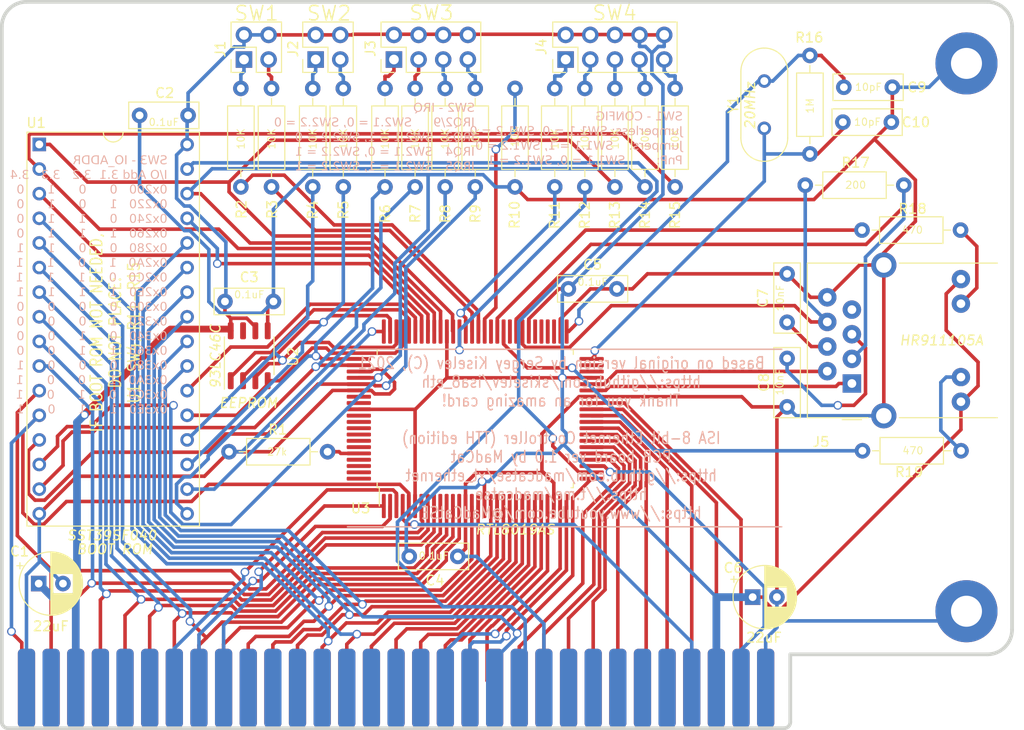
<source format=kicad_pcb>
(kicad_pcb (version 20221018) (generator pcbnew)
  (title_block (title "ISA 8-Bit Ethernet Controller") (date "2021-04-22") (rev "1.0") (company "Designed by Sergey Kiselev") (comment 2 "Licensed under CERN-OHL-S: https://cern-ohl.web.cern.ch") (comment 3 "Documentation and design files: https://github.com/skiselev/isa8_eth") (comment 4 "ISA 8-Bit Ethernet Controller is an open source hardware project"))
  (layers (0 "F.Cu" signal "Front") (31 "B.Cu" signal "Back") (34 "B.Paste" user) (35 "F.Paste" user) (36 "B.SilkS" user "B.Silkscreen") (37 "F.SilkS" user "F.Silkscreen") (38 "B.Mask" user) (39 "F.Mask" user) (44 "Edge.Cuts" user))
  (net 0 "")
  (net 1 "/A0")
  (net 2 "/A1")
  (net 3 "/A10")
  (net 4 "/A11")
  (net 5 "/A12")
  (net 6 "/A13")
  (net 7 "/A14")
  (net 8 "/A15")
  (net 9 "/A16")
  (net 10 "/A17")
  (net 11 "/A18")
  (net 12 "/A19")
  (net 13 "/A2")
  (net 14 "/A3")
  (net 15 "/A4")
  (net 16 "/A5")
  (net 17 "/A6")
  (net 18 "/A7")
  (net 19 "/A8")
  (net 20 "/A9")
  (net 21 "/AEN")
  (net 22 "/D0")
  (net 23 "/D1")
  (net 24 "/D2")
  (net 25 "/D3")
  (net 26 "/D4")
  (net 27 "/D5")
  (net 28 "/D6")
  (net 29 "/D7")
  (net 30 "/~{IOR}")
  (net 31 "/~{IOW}")
  (net 32 "GND")
  (net 33 "VCC")
  (net 34 "/RSTDRV")
  (net 35 "/IRQ9")
  (net 41 "/~{SMEMW}")
  (net 42 "/~{SMEMR}")
  (net 51 "/IRQ5")
  (net 52 "/IRQ4")
  (net 53 "/IRQ3")
  (net 59 "/IOCHRDY")
  (net 60 "/~{IOCS16}")
  (net 61 "/TP_RX-")
  (net 62 "/TP_RX+")
  (net 63 "/TP_TX-")
  (net 64 "/TP_TX+")
  (net 65 "/LED_LINK")
  (net 66 "/JP")
  (net 67 "/BA18")
  (net 68 "/BA17")
  (net 69 "/BA16")
  (net 70 "/BD6")
  (net 71 "/BD5")
  (net 72 "/BD4")
  (net 73 "/BD3")
  (net 74 "/BD2")
  (net 75 "/BD1")
  (net 76 "/BD0")
  (net 77 "/BA15")
  (net 78 "/BA14")
  (net 79 "/~{BCS}")
  (net 80 "/EECS")
  (net 81 "/BD7")
  (net 82 "/BA19")
  (net 83 "/BA20")
  (net 84 "/BA21")
  (net 85 "/LED_CRS")
  (net 88 "/AUI")
  (net 89 "Net-(J5-TCT)")
  (net 90 "Net-(J5-RCT)")
  (net 91 "Net-(U3-X2)")
  (net 92 "Net-(U3-X1)")
  (net 93 "Net-(J1-Pin_1)")
  (net 94 "Net-(J1-Pin_3)")
  (net 95 "Net-(J2-Pin_1)")
  (net 96 "Net-(J2-Pin_3)")
  (net 97 "Net-(J3-Pin_1)")
  (net 98 "Net-(J3-Pin_3)")
  (net 99 "Net-(J3-Pin_5)")
  (net 100 "Net-(J3-Pin_7)")
  (net 101 "Net-(J4-Pin_1)")
  (net 102 "Net-(J4-Pin_3)")
  (net 103 "Net-(J4-Pin_5)")
  (net 104 "Net-(J4-Pin_7)")
  (net 105 "Net-(J4-Pin_9)")
  (net 106 "Net-(J5-LEDY_K)")
  (net 107 "Net-(J5-LEDG_K)")
  (footprint "xt_eth:MountingHole_3.2mm_M3_Pad_Via" (layer "F.Cu") (at 201.041 66.04)
    (fp_text reference "HOLE1" hide)
    (fp_text value "M3")
  )
  (footprint "xt_eth:MountingHole_3.2mm_M3_Pad_Via" (layer "F.Cu") (at 201.041 122.555)
    (fp_text reference "HOLE2" hide)
    (fp_text value "M3")
  )
  (footprint "xt_eth:Crystal_HC-49U_Vert" (layer "F.Cu") (at 180.2 70.3 90)
    (fp_text reference "Y1")
    (fp_text value "20MHz")
  )
  (footprint "xt_eth:Socket_DIP32_600" (layer "F.Cu") (at 113.08 93.45 -90)
    (fp_text reference "U1")
    (fp_text value "SST39SF040")
  )
  (footprint "xt_eth:SO-8_3.9x4.9mm_P1.27mm" (layer "F.Cu") (at 127.1 96.2 90)
    (fp_text reference "U2")
    (fp_text value "93LC46C")
  )
  (footprint "xt_eth:C_Disc_D7.0mm_W2.5mm_P5.00mm" (layer "F.Cu") (at 160 89.3)
    (fp_text reference "C5")
    (fp_text value "0.1uF")
  )
  (footprint "xt_eth:C_Disc_D7.0mm_W2.5mm_P5.00mm" (layer "F.Cu") (at 124.6 90.6)
    (fp_text reference "C3")
    (fp_text value "0.1uF")
  )
  (footprint "xt_eth:R_Axial_DIN0207_L6.3mm_D2.5mm_P10.16mm_Horizontal" (layer "F.Cu") (at 125.02 106.1)
    (fp_text reference "R1")
    (fp_text value "27k")
  )
  (footprint "xt_eth:R_Axial_DIN0207_L6.3mm_D2.5mm_P10.16mm_Horizontal" (layer "F.Cu") (at 184.9 75.38 90)
    (fp_text reference "R16")
    (fp_text value "1M")
  )
  (footprint "xt_eth:C_Disc_D7.0mm_W2.5mm_P5.00mm" (layer "F.Cu") (at 120.8 71.4 180)
    (fp_text reference "C2")
    (fp_text value "0.1uF")
  )
  (footprint "xt_eth:IC_PQFP-100_14x20mm_P0.65mm_Hand_Soldering" (layer "F.Cu") (at 150.4 102.7 90)
    (fp_text reference "U3")
    (fp_text value "RTL8019AS")
  )
  (footprint "xt_eth:R_Axial_DIN0207_L6.3mm_D2.5mm_P10.16mm_Horizontal" (layer "F.Cu") (at 194.58 78.6 180)
    (fp_text reference "R17")
    (fp_text value "200")
  )
  (footprint "xt_eth:C_Disc_D7.0mm_W2.5mm_P5.00mm" (layer "F.Cu") (at 182.5498 92.7462 90)
    (fp_text reference "C7")
    (fp_text value "10nF")
  )
  (footprint "xt_eth:R_Axial_DIN0207_L6.3mm_D2.5mm_P10.16mm_Horizontal" (layer "F.Cu") (at 200.4314 83.2358 180)
    (fp_text reference "R18")
    (fp_text value "470")
  )
  (footprint "xt_eth:C_Disc_D7.0mm_W2.5mm_P5.00mm" (layer "F.Cu") (at 193.3 72.1 180)
    (fp_text reference "C10")
    (fp_text value "10pF")
  )
  (footprint "xt_eth:C_Disc_D7.0mm_W2.5mm_P5.00mm" (layer "F.Cu") (at 193.4 68.5 180)
    (fp_text reference "C9")
    (fp_text value "10pF")
  )
  (footprint "xt_eth:Conn_Edge_PCB_ISA8" (layer "F.Cu") (at 142.24 130.4925)
    (fp_text reference "BUS1" hide)
    (fp_text value "BUSPC_DEV" hide)
  )
  (footprint "xt_eth:C_Disc_D7.0mm_W2.5mm_P5.00mm" (layer "F.Cu") (at 143.6 116.9)
    (fp_text reference "C4")
    (fp_text value "0.1uF")
  )
  (footprint "xt_eth:R_Axial_DIN0207_L6.3mm_D2.5mm_P10.16mm_Horizontal" (layer "F.Cu") (at 200.48 106 180)
    (fp_text reference "R19")
    (fp_text value "470")
  )
  (footprint "xt_eth:C_Disc_D7.0mm_W2.5mm_P5.00mm" (layer "F.Cu") (at 182.5498 96.473 -90)
    (fp_text reference "C8")
    (fp_text value "10nF")
  )
  (footprint "xt_eth:RJ45_HR911105A" (layer "F.Cu") (at 189.23 99.06 90)
    (fp_text reference "J5")
    (fp_text value "HR911105A")
  )
  (footprint "xt_eth:CP_Radial_D6.3mm_P2.50mm" (layer "F.Cu") (at 179 121.1)
    (fp_text reference "C6")
    (fp_text value "22uF")
  )
  (footprint "xt_eth:CP_Radial_D6.3mm_P2.50mm" (layer "F.Cu") (at 105.4 119.7)
    (fp_text reference "C1")
    (fp_text value "22uF")
  )
  (footprint "xt_eth:R_Axial_DIN0207_L6.3mm_D2.5mm_P10.16mm_Horizontal" (layer "F.Cu") (at 141.1 78.78 90)
    (fp_text reference "R6")
    (fp_text value "10K")
  )
  (footprint "xt_eth:PinHeader_2x02_P2.54mm_Vertical" (layer "F.Cu") (at 126.56 65.64 90)
    (fp_text reference "J1")
    (fp_text value "Conn_02x02_Odd_Even")
  )
  (footprint "xt_eth:PinHeader_2x02_P2.54mm_Vertical" (layer "F.Cu") (at 133.95 65.64 90)
    (fp_text reference "J2")
    (fp_text value "Conn_02x02_Odd_Even")
  )
  (footprint "xt_eth:PinHeader_2x05_P2.54mm_Vertical" (layer "F.Cu") (at 159.72 65.64 90)
    (fp_text reference "J4")
    (fp_text value "Conn_02x05_Odd_Even")
  )
  (footprint "xt_eth:R_Axial_DIN0207_L6.3mm_D2.5mm_P10.16mm_Horizontal" (layer "F.Cu") (at 136.8 78.78 90)
    (fp_text reference "R5")
    (fp_text value "10K")
  )
  (footprint "xt_eth:R_Axial_DIN0207_L6.3mm_D2.5mm_P10.16mm_Horizontal" (layer "F.Cu") (at 147.3 78.78 90)
    (fp_text reference "R8")
    (fp_text value "10K")
  )
  (footprint "xt_eth:R_Axial_DIN0207_L6.3mm_D2.5mm_P10.16mm_Horizontal" (layer "F.Cu") (at 154.5 68.62 -90)
    (fp_text reference "R10")
    (fp_text value "10K")
  )
  (footprint "xt_eth:R_Axial_DIN0207_L6.3mm_D2.5mm_P10.16mm_Horizontal" (layer "F.Cu") (at 161.7 78.78 90)
    (fp_text reference "R12")
    (fp_text value "10K")
  )
  (footprint "xt_eth:R_Axial_DIN0207_L6.3mm_D2.5mm_P10.16mm_Horizontal" (layer "F.Cu") (at 150.4 78.78 90)
    (fp_text reference "R9")
    (fp_text value "10K")
  )
  (footprint "xt_eth:R_Axial_DIN0207_L6.3mm_D2.5mm_P10.16mm_Horizontal" (layer "F.Cu") (at 164.8 78.78 90)
    (fp_text reference "R13")
    (fp_text value "10K")
  )
  (footprint "xt_eth:PinHeader_2x04_P2.54mm_Vertical" (layer "F.Cu") (at 142.02 65.64 90)
    (fp_text reference "J3")
    (fp_text value "Conn_02x04_Odd_Even")
  )
  (footprint "xt_eth:R_Axial_DIN0207_L6.3mm_D2.5mm_P10.16mm_Horizontal" (layer "F.Cu") (at 158.6 78.78 90)
    (fp_text reference "R11")
    (fp_text value "10K")
  )
  (footprint "xt_eth:R_Axial_DIN0207_L6.3mm_D2.5mm_P10.16mm_Horizontal" (layer "F.Cu") (at 126.24 78.78 90)
    (fp_text reference "R2")
    (fp_text value "10K")
  )
  (footprint "xt_eth:R_Axial_DIN0207_L6.3mm_D2.5mm_P10.16mm_Horizontal" (layer "F.Cu") (at 133.65 78.78 90)
    (fp_text reference "R4")
    (fp_text value "10K")
  )
  (footprint "xt_eth:R_Axial_DIN0207_L6.3mm_D2.5mm_P10.16mm_Horizontal" (layer "F.Cu") (at 167.9 78.78 90)
    (fp_text reference "R14")
    (fp_text value "10K")
  )
  (footprint "xt_eth:R_Axial_DIN0207_L6.3mm_D2.5mm_P10.16mm_Horizontal" (layer "F.Cu") (at 171 78.78 90)
    (fp_text reference "R15")
    (fp_text value "10K")
  )
  (footprint "xt_eth:R_Axial_DIN0207_L6.3mm_D2.5mm_P10.16mm_Horizontal" (layer "F.Cu") (at 144.2 78.78 90)
    (fp_text reference "R7")
    (fp_text value "10K")
  )
  (footprint "xt_eth:R_Axial_DIN0207_L6.3mm_D2.5mm_P10.16mm_Horizontal" (layer "F.Cu") (at 129.4 78.78 90)
    (fp_text reference "R3")
    (fp_text value "10K")
  )
  (gr_line (start 137.22985 95.5294) (end 181.99735 95.5294) (stroke (width 0.15)) (layer "B.SilkS"))
  (gr_line (start 137.22985 113.8428) (end 181.99735 113.8428) (stroke (width 0.15)) (layer "B.SilkS"))
  (gr_line (start 101.6 133.985) (end 101.6 62.23) (stroke (width 0.381)) (layer "Edge.Cuts"))
  (gr_line (start 203.2 59.69) (end 104.14 59.69) (stroke (width 0.381)) (layer "Edge.Cuts"))
  (gr_arc (start 205.74 124.46) (mid 204.996051 126.256051) (end 203.2 127) (stroke (width 0.381)) (layer "Edge.Cuts"))
  (gr_line (start 182.88 133.985) (end 182.88 127) (stroke (width 0.381)) (layer "Edge.Cuts"))
  (gr_line (start 102.235 134.62) (end 182.245 134.62) (stroke (width 0.381)) (layer "Edge.Cuts"))
  (gr_line (start 203.2 127) (end 182.88 127) (stroke (width 0.381)) (layer "Edge.Cuts"))
  (gr_arc (start 203.2 59.69) (mid 204.996051 60.433949) (end 205.74 62.23) (stroke (width 0.381)) (layer "Edge.Cuts"))
  (gr_arc (start 182.88 133.985) (mid 182.694013 134.434013) (end 182.245 134.62) (stroke (width 0.381)) (layer "Edge.Cuts"))
  (gr_line (start 205.74 124.46) (end 205.74 62.23) (stroke (width 0.381)) (layer "Edge.Cuts"))
  (gr_arc (start 101.6 62.23) (mid 102.343949 60.433949) (end 104.14 59.69) (stroke (width 0.381)) (layer "Edge.Cuts"))
  (gr_arc (start 102.235 134.62) (mid 101.785987 134.434013) (end 101.6 133.985) (stroke (width 0.381)) (layer "Edge.Cuts"))
  (gr_text "Based on original version by Sergey Kiselev (C), 2021\nhttps://github.com/skiselev/isa8_eth\nThank you for an amazing card!\n\nISA 8-bit Ethernet Controller (TTH edition)\nPCB board ver 1.0 by MadCat\nhttps://github.com/madcatse/xt_ethernet\nhttps://t.me/madcatse\nhttps://www.youtube.com/@MadCatSE" (at 159.26435 104.6861) (layer "B.SilkS") (effects (font (size 1.2 1)) (justify mirror)))
  (gr_text "SW2 - IRQ\nIRQ2/9 	SW2.1 = 0, SW2.2 = 0\nIRQ3 	SW2.1 = 1, SW2.2 = 0\nIRQ4 	SW2.1 = 0, SW2.2 = 1\nIRQ5 	SW2.1 = 1, SW2.2 = 1" (at 150.3426 70.1294) (layer "B.SilkS") (effects (font (size 0.9 0.9) (thickness 0.1)) (justify left top mirror)))
  (gr_text "SW1 - CONFIG\nJumperless: SW1.1 = 0, SW1.2 = 0\nJumpers:    SW1.1 = 1, SW1.2 = 0\nPnP:        SW1.1 = 0, SW1.2 = 1" (at 171.7802 71.0184) (layer "B.SilkS") (effects (font (size 0.9 0.9) (thickness 0.1)) (justify left top mirror)))
  (gr_text "SW3 - IO_ADDR\nI/O Add 3.1  3.2   3.3   3.4\n0x200   0      0      1      0\n0x220   1      0      1      0\n0x240   0      1      1      0\n0x260   1      1      1      0\n0x280   0      0      1      1\n0x2A0   1      0      1      1\n0x2C0   0      1      1      1\n0x2E0   1      1      1      1\n0x300   0      0      0      0\n0x320   1      0      0      0\n0x340   0      1      0      0\n0x360   1      1      0      0\n0x380   0      0      0      1\n0x3A0   1      0      0      1\n0x3C0   0      1      0      1\n0x3E0   1      1      0      1" (at 118.6688 75.5396) (layer "B.SilkS") (effects (font (size 0.9 0.9) (thickness 0.1)) (justify left top mirror)))
  (gr_text "EEPROM" (at 127.0254 101.0666) (layer "F.SilkS") (effects (font (size 1 1) (thickness 0.15) italic)))
  (gr_text "BOOT ROM" (at 113.2332 116.1542) (layer "F.SilkS") (effects (font (size 1 1) (thickness 0.15) italic)))
  (gr_text "IF BOOT ROM NOT NEEDED,\nDO NOT PLACE:\nU1, SW4, R11-R15" (at 113.284 93.8276 90) (layer "F.SilkS") (effects (font (size 1.2 1))))
  (gr_text "SW2" (at 132.9436 61.7474) (layer "F.SilkS") (effects (font (size 1.5 1.5)) (justify left bottom)))
  (gr_text "SW4" (at 162.3822 61.705) (layer "F.SilkS") (effects (font (size 1.5 1.5)) (justify left bottom)))
  (gr_text "SW3" (at 143.5024 61.705) (layer "F.SilkS") (effects (font (size 1.5 1.5)) (justify left bottom)))
  (gr_text "SW1" (at 125.476 61.7474) (layer "F.SilkS") (effects (font (size 1.5 1.5)) (justify left bottom)))
  (segment (start 142.6331 109.4662) (end 122.9268 109.4662) (width 0.3684) (layer "F.Cu") (net 1))
  (segment (start 103.6574 125.8062) (end 103.6574 130.0099) (width 0.3684) (layer "F.Cu") (net 1))
  (segment (start 108.2639 111.23) (end 105.9093 113.5846) (width 0.3684) (layer "F.Cu") (net 1))
  (segment (start 102.6278 124.7766) (end 102.5906 124.7394) (width 0.3684) (layer "F.Cu") (net 1))
  (segment (start 143.55 111.7) (end 143.55 110.3831) (width 0.3684) (layer "F.Cu") (net 1))
  (segment (start 102.489 124.6378) (end 103.6574 125.8062) (width 0.3684) (layer "F.Cu") (net 1))
  (segment (start 121.163 111.23) (end 108.2639 111.23) (width 0.3684) (layer "F.Cu") (net 1))
  (segment (start 143.55 110.3831) (end 142.6331 109.4662) (width 0.3684) (layer "F.Cu") (net 1))
  (segment (start 102.5906 124.6378) (end 102.489 124.6378) (width 0.3684) (layer "F.Cu") (net 1))
  (segment (start 103.6574 130.0099) (end 104.14 130.4925) (width 0.3684) (layer "F.Cu") (net 1))
  (segment (start 103.7684 112.4056) (end 103.7684 104.0316) (width 0.3684) (layer "F.Cu") (net 1))
  (segment (start 102.5906 124.7394) (end 102.5906 124.6378) (width 0.3684) (layer "F.Cu") (net 1))
  (segment (start 103.7684 104.0316) (end 105.46 102.34) (width 0.3684) (layer "F.Cu") (net 1))
  (segment (start 105.9093 113.5846) (end 104.9474 113.5846) (width 0.3684) (layer "F.Cu") (net 1))
  (segment (start 122.9268 109.4662) (end 121.163 111.23) (width 0.3684) (layer "F.Cu") (net 1))
  (segment (start 104.9474 113.5846) (end 103.7684 112.4056) (width 0.3684) (layer "F.Cu") (net 1))
  (via (at 102.5906 124.6378) (size 0.889) (drill 0.635) (layers "F.Cu" "B.Cu") (net 1))
  (segment (start 102.5906 105.2094) (end 105.46 102.34) (width 0.3684) (layer "B.Cu") (net 1))
  (segment (start 102.5906 124.6378) (end 102.5906 105.2094) (width 0.3684) (layer "B.Cu") (net 1))
  (segment (start 106.68 118.4993) (end 106.68 130.4925) (width 0.3684) (layer "F.Cu") (net 2))
  (segment (start 125.2441 118.37) (end 127.1299 120.2558) (width 0.3684) (layer "F.Cu") (net 2))
  (segment (start 105.46 99.8) (end 103.1981 102.0619) (width 0.3684) (layer "F.Cu") (net 2))
  (segment (start 144.4805 114.4362) (end 144.967 113.9497) (width 0.3684) (layer "F.Cu") (net 2))
  (segment (start 127.1299 120.2558) (end 128.8271 120.2558) (width 0.3684) (layer "F.Cu") (net 2))
  (segment (start 103.1981 102.0619) (end 103.1981 114.7588) (width 0.3684) (layer "F.Cu") (net 2))
  (segment (start 144.967 113.9497) (end 144.967 113.2615) (width 0.3684) (layer "F.Cu") (net 2))
  (segment (start 144.967 113.2615) (end 144.85 113.1445) (width 0.3684) (layer "F.Cu") (net 2))
  (segment (start 134.6467 114.4362) (end 144.4805 114.4362) (width 0.3684) (layer "F.Cu") (net 2))
  (segment (start 144.85 113.1445) (end 144.85 111.7) (width 0.3684) (layer "F.Cu") (net 2))
  (segment (start 106.8093 118.37) (end 125.2441 118.37) (width 0.3684) (layer "F.Cu") (net 2))
  (segment (start 103.1981 114.7588) (end 106.8093 118.37) (width 0.3684) (layer "F.Cu") (net 2))
  (segment (start 128.8271 120.2558) (end 134.6467 114.4362) (width 0.3684) (layer "F.Cu") (net 2))
  (segment (start 106.8093 118.37) (end 106.68 118.4993) (width 0.3684) (layer "F.Cu") (net 2))
  (segment (start 136.975 121.8464) (end 138.7689 121.8464) (width 0.3684) (layer "F.Cu") (net 3))
  (segment (start 132.696738 124.4464) (end 134.375 124.4464) (width 0.3684) (layer "F.Cu") (net 3))
  (segment (start 152 111.7) (end 152 116.8414) (width 0.3684) (layer "F.Cu") (net 3))
  (segment (start 139.0989 121.5164) (end 138.7689 121.8464) (width 0.3684) (layer "F.Cu") (net 3))
  (segment (start 129.54 126.0094) (end 129.8294 125.72) (width 0.3684) (layer "F.Cu") (net 3))
  (segment (start 152 116.8414) (end 147.325 121.5164) (width 0.3684) (layer "F.Cu") (net 3))
  (segment (start 134.375 124.4464) (end 136.975 121.8464) (width 0.3684) (layer "F.Cu") (net 3))
  (segment (start 129.8294 125.72) (end 131.423138 125.72) (width 0.3684) (layer "F.Cu") (net 3))
  (segment (start 147.325 121.5164) (end 139.0989 121.5164) (width 0.3684) (layer "F.Cu") (net 3))
  (segment (start 131.423138 125.72) (end 132.696738 124.4464) (width 0.3684) (layer "F.Cu") (net 3))
  (segment (start 129.54 130.4925) (end 129.54 126.0094) (width 0.3684) (layer "F.Cu") (net 3))
  (via (at 138.7689 121.8464) (size 0.889) (drill 0.635) (layers "F.Cu" "B.Cu") (net 3))
  (segment (start 120.7 97.26) (end 118.4465 99.5135) (width 0.3684) (layer "B.Cu") (net 3))
  (segment (start 120.0487 114.2292) (end 131.1517 114.2292) (width 0.3684) (layer "B.Cu") (net 3))
  (segment (start 131.1517 114.2292) (end 138.7689 121.8464) (width 0.3684) (layer "B.Cu") (net 3))
  (segment (start 118.4465 112.627) (end 120.0487 114.2292) (width 0.3684) (layer "B.Cu") (net 3))
  (segment (start 118.4465 99.5135) (end 118.4465 112.627) (width 0.3684) (layer "B.Cu") (net 3))
  (segment (start 137.43 122.9173) (end 136.707938 122.9173) (width 0.3684) (layer "F.Cu") (net 4))
  (segment (start 132.08 126.0602) (end 132.08 130.4925) (width 0.3684) (layer "F.Cu") (net 4))
  (segment (start 136.707938 122.9173) (end 134.610438 125.0148) (width 0.3684) (layer "F.Cu") (net 4))
  (segment (start 152.65 111.7) (end 152.65 116.998) (width 0.3684) (layer "F.Cu") (net 4))
  (segment (start 139.7427 122.0867) (end 138.9121 122.9173) (width 0.3684) (layer "F.Cu") (net 4))
  (segment (start 138.9121 122.9173) (end 137.43 122.9173) (width 0.3684) (layer "F.Cu") (net 4))
  (segment (start 134.610438 125.0148) (end 133.1254 125.0148) (width 0.3684) (layer "F.Cu") (net 4))
  (segment (start 133.1254 125.0148) (end 132.08 126.0602) (width 0.3684) (layer "F.Cu") (net 4))
  (segment (start 147.5613 122.0867) (end 139.7427 122.0867) (width 0.3684) (layer "F.Cu") (net 4))
  (segment (start 152.65 116.998) (end 147.5613 122.0867) (width 0.3684) (layer "F.Cu") (net 4))
  (via (at 137.43 122.9173) (size 0.889) (drill 0.635) (layers "F.Cu" "B.Cu") (net 4))
  (segment (start 137.43 122.6012) (end 137.43 122.9173) (width 0.3684) (layer "B.Cu") (net 4))
  (segment (start 130.2015 115.3727) (end 137.43 122.6012) (width 0.3684) (layer "B.Cu") (net 4))
  (segment (start 117.3059 95.5741) (end 117.3059 113.105) (width 0.3684) (layer "B.Cu") (net 4))
  (segment (start 119.5736 115.3727) (end 130.2015 115.3727) (width 0.3684) (layer "B.Cu") (net 4))
  (segment (start 117.3059 113.105) (end 119.5736 115.3727) (width 0.3684) (layer "B.Cu") (net 4))
  (segment (start 120.7 92.18) (end 117.3059 95.5741) (width 0.3684) (layer "B.Cu") (net 4))
  (segment (start 147.8168 122.657) (end 141.4274 122.657) (width 0.3684) (layer "F.Cu") (net 5))
  (segment (start 140.3222 123.7622) (end 137.1085 123.7622) (width 0.3684) (layer "F.Cu") (net 5))
  (segment (start 153.3 117.1738) (end 147.8168 122.657) (width 0.3684) (layer "F.Cu") (net 5))
  (segment (start 141.4274 122.657) (end 140.3222 123.7622) (width 0.3684) (layer "F.Cu") (net 5))
  (segment (start 134.62 126.2507) (end 135.2419 125.6288) (width 0.3684) (layer "F.Cu") (net 5))
  (segment (start 137.1085 123.7622) (end 135.2419 125.6288) (width 0.3684) (layer "F.Cu") (net 5))
  (segment (start 153.3 111.7) (end 153.3 117.1738) (width 0.3684) (layer "F.Cu") (net 5))
  (segment (start 134.62 130.4925) (end 134.62 126.2507) (width 0.3684) (layer "F.Cu") (net 5))
  (via (at 135.2419 125.6288) (size 0.889) (drill 0.635) (layers "F.Cu" "B.Cu") (net 5))
  (segment (start 105.46 82.02) (end 115.0217 91.5817) (width 0.3684) (layer "B.Cu") (net 5))
  (segment (start 128.4419 117.654) (end 135.2419 124.454) (width 0.3684) (layer "B.Cu") (net 5))
  (segment (start 135.2419 124.454) (end 135.2419 125.6288) (width 0.3684) (layer "B.Cu") (net 5))
  (segment (start 115.0217 114.0779) (end 118.5978 117.654) (width 0.3684) (layer "B.Cu") (net 5))
  (segment (start 118.5978 117.654) (end 128.4419 117.654) (width 0.3684) (layer "B.Cu") (net 5))
  (segment (start 115.0217 91.5817) (end 115.0217 114.0779) (width 0.3684) (layer "B.Cu") (net 5))
  (segment (start 139.9737 124.9172) (end 141.6636 123.2273) (width 0.3684) (layer "F.Cu") (net 6))
  (segment (start 137.16 125.9586) (end 137.16 130.4925) (width 0.3684) (layer "F.Cu") (net 6))
  (segment (start 138.2014 124.9172) (end 139.9737 124.9172) (width 0.3684) (layer "F.Cu") (net 6))
  (segment (start 138.2014 124.9172) (end 137.16 125.9586) (width 0.3684) (layer "F.Cu") (net 6))
  (segment (start 141.6636 123.2273) (end 148.0535 123.2273) (width 0.3684) (layer "F.Cu") (net 6))
  (segment (start 153.95 117.3308) (end 153.95 111.7) (width 0.3684) (layer "F.Cu") (net 6))
  (segment (start 148.0535 123.2273) (end 153.95 117.3308) (width 0.3684) (layer "F.Cu") (net 6))
  (via (at 138.2014 124.9172) (size 0.889) (drill 0.635) (layers "F.Cu" "B.Cu") (net 6))
  (segment (start 138.2014 124.9172) (end 136.531 124.9172) (width 0.3684) (layer "B.Cu") (net 6))
  (segment (start 118.8623 117.0837) (end 115.592 113.8134) (width 0.3684) (layer "B.Cu") (net 6))
  (segment (start 115.592 113.8134) (end 115.592 89.668) (width 0.3684) (layer "B.Cu") (net 6))
  (segment (start 115.592 89.668) (end 120.7 84.56) (width 0.3684) (layer "B.Cu") (net 6))
  (segment (start 128.6975 117.0837) (end 118.8623 117.0837) (width 0.3684) (layer "B.Cu") (net 6))
  (segment (start 136.531 124.9172) (end 128.6975 117.0837) (width 0.3684) (layer "B.Cu") (net 6))
  (segment (start 139.7 126.1618) (end 139.7 130.4925) (width 0.3684) (layer "F.Cu") (net 7))
  (segment (start 154.6 117.4873) (end 148.2897 123.7976) (width 0.3684) (layer "F.Cu") (net 7))
  (segment (start 142.0642 123.7976) (end 139.7 126.1618) (width 0.3684) (layer "F.Cu") (net 7))
  (segment (start 148.2897 123.7976) (end 142.0642 123.7976) (width 0.3684) (layer "F.Cu") (net 7))
  (segment (start 154.6 111.7) (end 154.6 117.4873) (width 0.3684) (layer "F.Cu") (net 7))
  (segment (start 148.5259 124.3679) (end 143.3481 124.3679) (width 0.3684) (layer "F.Cu") (net 8))
  (segment (start 155.25 111.7) (end 155.25 117.6438) (width 0.3684) (layer "F.Cu") (net 8))
  (segment (start 142.24 125.476) (end 142.24 130.4925) (width 0.3684) (layer "F.Cu") (net 8))
  (segment (start 155.25 117.6438) (end 148.5259 124.3679) (width 0.3684) (layer "F.Cu") (net 8))
  (segment (start 143.3481 124.3679) (end 142.24 125.476) (width 0.3684) (layer "F.Cu") (net 8))
  (segment (start 155.9 111.7) (end 155.9 117.8004) (width 0.3684) (layer "F.Cu") (net 9))
  (segment (start 155.9 117.8004) (end 148.7622 124.9382) (width 0.3684) (layer "F.Cu") (net 9))
  (segment (start 148.7622 124.9382) (end 145.5718 124.9382) (width 0.3684) (layer "F.Cu") (net 9))
  (segment (start 145.5718 124.9382) (end 144.78 125.73) (width 0.3684) (layer "F.Cu") (net 9))
  (segment (start 144.78 125.73) (end 144.78 130.4925) (width 0.3684) (layer "F.Cu") (net 9))
  (segment (start 147.32 126.0856) (end 147.32 130.4925) (width 0.3684) (layer "F.Cu") (net 10))
  (segment (start 147.899 125.5066) (end 147.32 126.0856) (width 0.3684) (layer "F.Cu") (net 10))
  (segment (start 156.55 111.7) (end 156.55 117.954238) (width 0.3684) (layer "F.Cu") (net 10))
  (segment (start 148.997638 125.5066) (end 147.899 125.5066) (width 0.3684) (layer "F.Cu") (net 10))
  (segment (start 156.55 117.954238) (end 148.997638 125.5066) (width 0.3684) (layer "F.Cu") (net 10))
  (segment (start 149.86 125.4815) (end 149.86 130.4925) (width 0.3684) (layer "F.Cu") (net 11))
  (segment (start 157.2 118.1415) (end 149.86 125.4815) (width 0.3684) (layer "F.Cu") (net 11))
  (segment (start 157.2 111.7) (end 157.2 118.1415) (width 0.3684) (layer "F.Cu") (net 11))
  (segment (start 151.622 129.7145) (end 152.4 130.4925) (width 0.3684) (layer "F.Cu") (net 12))
  (segment (start 157.85 111.7) (end 157.85 118.3877) (width 0.3684) (layer "F.Cu") (net 12))
  (segment (start 157.85 118.3877) (end 152.174644 124.063056) (width 0.3684) (layer "F.Cu") (net 12))
  (segment (start 151.622 124.551054) (end 151.622 129.7145) (width 0.3684) (layer "F.Cu") (net 12))
  (segment (start 152.109998 124.063056) (end 151.622 124.551054) (width 0.3684) (layer "F.Cu") (net 12))
  (segment (start 152.174644 124.063056) (end 152.109998 124.063056) (width 0.3684) (layer "F.Cu") (net 12))
  (segment (start 109.22 121.3039) (end 110.8629 119.661) (width 0.3684) (layer "F.Cu") (net 13))
  (segment (start 125.4166 119.661) (end 126.5817 120.8261) (width 0.3684) (layer "F.Cu") (net 13))
  (segment (start 134.933 115.0065) (end 144.7167 115.0065) (width 0.3684) (layer "F.Cu") (net 13))
  (segment (start 144.7167 115.0065) (end 145.5373 114.1859) (width 0.3684) (layer "F.Cu") (net 13))
  (segment (start 126.5817 120.8261) (end 129.1134 120.8261) (width 0.3684) (layer "F.Cu") (net 13))
  (segment (start 109.22 130.4925) (end 109.22 121.3039) (width 0.3684) (layer "F.Cu") (net 13))
  (segment (start 110.8629 119.661) (end 125.4166 119.661) (width 0.3684) (layer "F.Cu") (net 13))
  (segment (start 145.5373 111.7373) (end 145.5 111.7) (width 0.3684) (layer "F.Cu") (net 13))
  (segment (start 129.1134 120.8261) (end 134.933 115.0065) (width 0.3684) (layer "F.Cu") (net 13))
  (segment (start 145.5373 114.1859) (end 145.5373 111.7373) (width 0.3684) (layer "F.Cu") (net 13))
  (via (at 110.8629 119.661) (size 0.889) (drill 0.635) (layers "F.Cu" "B.Cu") (net 13))
  (segment (start 106.2914 97.26) (end 110.9479 101.9165) (width 0.3684) (layer "B.Cu") (net 13))
  (segment (start 105.46 97.26) (end 106.2914 97.26) (width 0.3684) (layer "B.Cu") (net 13))
  (segment (start 110.9479 101.9165) (end 110.9479 119.576) (width 0.3684) (layer "B.Cu") (net 13))
  (segment (start 110.9479 119.576) (end 110.8629 119.661) (width 0.3684) (layer "B.Cu") (net 13))
  (segment (start 129.3496 121.3964) (end 135.0321 115.7139) (width 0.3684) (layer "F.Cu") (net 14))
  (segment (start 144.8158 115.7139) (end 146.15 114.3797) (width 0.3684) (layer "F.Cu") (net 14))
  (segment (start 111.76 130.4925) (end 111.76 121.3826) (width 0.3684) (layer "F.Cu") (net 14))
  (segment (start 135.0321 115.7139) (end 144.8158 115.7139) (width 0.3684) (layer "F.Cu") (net 14))
  (segment (start 125.4062 120.4571) (end 126.3455 121.3964) (width 0.3684) (layer "F.Cu") (net 14))
  (segment (start 111.76 121.3826) (end 112.3788 120.7638) (width 0.3684) (layer "F.Cu") (net 14))
  (segment (start 112.3788 120.7638) (end 112.6855 120.4571) (width 0.3684) (layer "F.Cu") (net 14))
  (segment (start 146.15 114.3797) (end 146.15 111.7) (width 0.3684) (layer "F.Cu") (net 14))
  (segment (start 126.3455 121.3964) (end 129.3496 121.3964) (width 0.3684) (layer "F.Cu") (net 14))
  (segment (start 112.6855 120.4571) (end 125.4062 120.4571) (width 0.3684) (layer "F.Cu") (net 14))
  (via (at 112.3788 120.7638) (size 0.889) (drill 0.635) (layers "F.Cu" "B.Cu") (net 14))
  (segment (start 111.7641 101.0241) (end 111.7641 120.1491) (width 0.3684) (layer "B.Cu") (net 14))
  (segment (start 111.7641 120.1491) (end 112.3788 120.7638) (width 0.3684) (layer "B.Cu") (net 14))
  (segment (start 105.46 94.72) (end 111.7641 101.0241) (width 0.3684) (layer "B.Cu") (net 14))
  (segment (start 133.4599 118.0926) (end 144.1007 118.0926) (width 0.3684) (layer "F.Cu") (net 15))
  (segment (start 129.5858 121.9667) (end 133.4599 118.0926) (width 0.3684) (layer "F.Cu") (net 15))
  (segment (start 144.1007 118.0926) (end 145.4285 116.7648) (width 0.3684) (layer "F.Cu") (net 15))
  (segment (start 114.3 122.9799) (end 115.9543 121.3256) (width 0.3684) (layer "F.Cu") (net 15))
  (segment (start 125.4682 121.3256) (end 126.1093 121.9667) (width 0.3684) (layer "F.Cu") (net 15))
  (segment (start 145.4285 115.9077) (end 146.8 114.5362) (width 0.3684) (layer "F.Cu") (net 15))
  (segment (start 115.9543 121.3256) (end 125.4682 121.3256) (width 0.3684) (layer "F.Cu") (net 15))
  (segment (start 146.8 114.5362) (end 146.8 111.7) (width 0.3684) (layer "F.Cu") (net 15))
  (segment (start 145.4285 116.7648) (end 145.4285 115.9077) (width 0.3684) (layer "F.Cu") (net 15))
  (segment (start 114.3 130.4925) (end 114.3 122.9799) (width 0.3684) (layer "F.Cu") (net 15))
  (segment (start 126.1093 121.9667) (end 129.5858 121.9667) (width 0.3684) (layer "F.Cu") (net 15))
  (via (at 115.9543 121.3256) (size 0.889) (drill 0.635) (layers "F.Cu" "B.Cu") (net 15))
  (segment (start 112.3344 117.7057) (end 115.9543 121.3256) (width 0.3684) (layer "B.Cu") (net 15))
  (segment (start 112.3344 99.0544) (end 112.3344 117.7057) (width 0.3684) (layer "B.Cu") (net 15))
  (segment (start 105.46 92.18) (end 112.3344 99.0544) (width 0.3684) (layer "B.Cu") (net 15))
  (segment (start 117.7413 122.1574) (end 117.9366 121.9621) (width 0.3684) (layer "F.Cu") (net 16))
  (segment (start 117.9366 121.9621) (end 125.2982 121.9621) (width 0.3684) (layer "F.Cu") (net 16))
  (segment (start 116.84 123.0587) (end 117.7413 122.1574) (width 0.3684) (layer "F.Cu") (net 16))
  (segment (start 133.696 118.663) (end 144.3962 118.663) (width 0.3684) (layer "F.Cu") (net 16))
  (segment (start 145.9988 117.0604) (end 145.9988 116.1439) (width 0.3684) (layer "F.Cu") (net 16))
  (segment (start 147.45 114.6927) (end 147.45 111.7) (width 0.3684) (layer "F.Cu") (net 16))
  (segment (start 144.3962 118.663) (end 145.9988 117.0604) (width 0.3684) (layer "F.Cu") (net 16))
  (segment (start 125.8731 122.537) (end 129.822 122.537) (width 0.3684) (layer "F.Cu") (net 16))
  (segment (start 125.2982 121.9621) (end 125.8731 122.537) (width 0.3684) (layer "F.Cu") (net 16))
  (segment (start 129.822 122.537) (end 133.696 118.663) (width 0.3684) (layer "F.Cu") (net 16))
  (segment (start 145.9988 116.1439) (end 147.45 114.6927) (width 0.3684) (layer "F.Cu") (net 16))
  (segment (start 116.84 130.4925) (end 116.84 123.0587) (width 0.3684) (layer "F.Cu") (net 16))
  (via (at 117.7413 122.1574) (size 0.889) (drill 0.635) (layers "F.Cu" "B.Cu") (net 16))
  (segment (start 112.9047 97.0847) (end 112.9047 116.8501) (width 0.3684) (layer "B.Cu") (net 16))
  (segment (start 105.46 89.64) (end 112.9047 97.0847) (width 0.3684) (layer "B.Cu") (net 16))
  (segment (start 117.7413 121.6867) (end 117.7413 122.1574) (width 0.3684) (layer "B.Cu") (net 16))
  (segment (start 112.9047 116.8501) (end 117.7413 121.6867) (width 0.3684) (layer "B.Cu") (net 16))
  (segment (start 120.1925 122.7928) (end 120.2655 122.7198) (width 0.3684) (layer "F.Cu") (net 17))
  (segment (start 130.0582 123.1073) (end 133.9321 119.2334) (width 0.3684) (layer "F.Cu") (net 17))
  (segment (start 146.5705 116.4152) (end 148.1 114.8857) (width 0.3684) (layer "F.Cu") (net 17))
  (segment (start 125.2494 122.7198) (end 125.6369 123.1073) (width 0.3684) (layer "F.Cu") (net 17))
  (segment (start 119.38 123.6053) (end 120.1925 122.7928) (width 0.3684) (layer "F.Cu") (net 17))
  (segment (start 146.5705 117.3227) (end 146.5705 116.4152) (width 0.3684) (layer "F.Cu") (net 17))
  (segment (start 133.9321 119.2334) (end 144.6598 119.2334) (width 0.3684) (layer "F.Cu") (net 17))
  (segment (start 119.38 130.4925) (end 119.38 123.6053) (width 0.3684) (layer "F.Cu") (net 17))
  (segment (start 125.6369 123.1073) (end 130.0582 123.1073) (width 0.3684) (layer "F.Cu") (net 17))
  (segment (start 144.6598 119.2334) (end 146.5705 117.3227) (width 0.3684) (layer "F.Cu") (net 17))
  (segment (start 148.1 114.8857) (end 148.1 111.7) (width 0.3684) (layer "F.Cu") (net 17))
  (segment (start 120.2655 122.7198) (end 125.2494 122.7198) (width 0.3684) (layer "F.Cu") (net 17))
  (via (at 120.1925 122.7928) (size 0.889) (drill 0.635) (layers "F.Cu" "B.Cu") (net 17))
  (segment (start 113.4765 116.0768) (end 120.1925 122.7928) (width 0.3684) (layer "B.Cu") (net 17))
  (segment (start 113.4765 95.1165) (end 113.4765 116.0768) (width 0.3684) (layer "B.Cu") (net 17))
  (segment (start 105.46 87.1) (end 113.4765 95.1165) (width 0.3684) (layer "B.Cu") (net 17))
  (segment (start 121.92 130.4925) (end 121.92 126.0551) (width 0.3684) (layer "F.Cu") (net 18))
  (segment (start 121.92 126.0551) (end 122.6874 125.2877) (width 0.3684) (layer "F.Cu") (net 18))
  (segment (start 147.4139 117.3124) (end 147.4139 116.3947) (width 0.3684) (layer "F.Cu") (net 18))
  (segment (start 130.4188 123.6776) (end 134.2926 119.8038) (width 0.3684) (layer "F.Cu") (net 18))
  (segment (start 122.6874 125.2877) (end 124.2975 123.6776) (width 0.3684) (layer "F.Cu") (net 18))
  (segment (start 147.4139 116.3947) (end 148.75 115.0586) (width 0.3684) (layer "F.Cu") (net 18))
  (segment (start 122.6874 125.2877) (end 120.9947 123.595) (width 0.3684) (layer "F.Cu") (net 18))
  (segment (start 124.2975 123.6776) (end 130.4188 123.6776) (width 0.3684) (layer "F.Cu") (net 18))
  (segment (start 134.2926 119.8038) (end 144.9225 119.8038) (width 0.3684) (layer "F.Cu") (net 18))
  (segment (start 144.9225 119.8038) (end 147.4139 117.3124) (width 0.3684) (layer "F.Cu") (net 18))
  (segment (start 148.75 115.0586) (end 148.75 111.7) (width 0.3684) (layer "F.Cu") (net 18))
  (via (at 120.9947 123.595) (size 0.889) (drill 0.635) (layers "F.Cu" "B.Cu") (net 18))
  (segment (start 105.46 84.56) (end 114.0468 93.1468) (width 0.3684) (layer "B.Cu") (net 18))
  (segment (start 121.0476 122.4141) (end 121.0476 123.5421) (width 0.3684) (layer "B.Cu") (net 18))
  (segment (start 114.0468 93.1468) (end 114.0468 115.4133) (width 0.3684) (layer "B.Cu") (net 18))
  (segment (start 114.0468 115.4133) (end 121.0476 122.4141) (width 0.3684) (layer "B.Cu") (net 18))
  (segment (start 121.0476 123.5421) (end 120.9947 123.595) (width 0.3684) (layer "B.Cu") (net 18))
  (segment (start 126.1707 124.2479) (end 131.0701 124.2479) (width 0.3684) (layer "F.Cu") (net 19))
  (segment (start 124.46 125.9586) (end 126.1707 124.2479) (width 0.3684) (layer "F.Cu") (net 19))
  (segment (start 133.8668 121.4512) (end 134.2988 121.4512) (width 0.3684) (layer "F.Cu") (net 19))
  (segment (start 146.8526 120.3758) (end 135.3742 120.3758) (width 0.3684) (layer "F.Cu") (net 19))
  (segment (start 150.05 111.7) (end 150.05 117.1784) (width 0.3684) (layer "F.Cu") (net 19))
  (segment (start 135.3742 120.3758) (end 134.2988 121.4512) (width 0.3684) (layer "F.Cu") (net 19))
  (segment (start 131.0701 124.2479) (end 133.8668 121.4512) (width 0.3684) (layer "F.Cu") (net 19))
  (segment (start 124.46 130.4925) (end 124.46 125.9586) (width 0.3684) (layer "F.Cu") (net 19))
  (segment (start 150.05 117.1784) (end 146.8526 120.3758) (width 0.3684) (layer "F.Cu") (net 19))
  (via (at 134.2988 121.4512) (size 0.889) (drill 0.635) (layers "F.Cu" "B.Cu") (net 19))
  (segment (start 116.1623 91.6377) (end 116.1623 113.5772) (width 0.3684) (layer "B.Cu") (net 19))
  (segment (start 129.3609 116.5133) (end 134.2988 121.4512) (width 0.3684) (layer "B.Cu") (net 19))
  (segment (start 116.1623 113.5772) (end 119.0984 116.5133) (width 0.3684) (layer "B.Cu") (net 19))
  (segment (start 120.7 87.1) (end 116.1623 91.6377) (width 0.3684) (layer "B.Cu") (net 19))
  (segment (start 119.0984 116.5133) (end 129.3609 116.5133) (width 0.3684) (layer "B.Cu") (net 19))
  (segment (start 136.4061 120.9461) (end 135.3023 122.0499) (width 0.3684) (layer "F.Cu") (net 20))
  (segment (start 147.0888 120.9461) (end 136.4061 120.9461) (width 0.3684) (layer "F.Cu") (net 20))
  (segment (start 131.1877 125.1516) (end 132.7474 123.5919) (width 0.3684) (layer "F.Cu") (net 20))
  (segment (start 150.7 117.3349) (end 147.0888 120.9461) (width 0.3684) (layer "F.Cu") (net 20))
  (segment (start 133.7603 123.5919) (end 135.3023 122.0499) (width 0.3684) (layer "F.Cu") (net 20))
  (segment (start 127 130.4925) (end 127 125.9332) (width 0.3684) (layer "F.Cu") (net 20))
  (segment (start 150.7 111.7) (end 150.7 117.3349) (width 0.3684) (layer "F.Cu") (net 20))
  (segment (start 127 125.9332) (end 127.7816 125.1516) (width 0.3684) (layer "F.Cu") (net 20))
  (segment (start 132.7474 123.5919) (end 133.7603 123.5919) (width 0.3684) (layer "F.Cu") (net 20))
  (segment (start 127.7816 125.1516) (end 131.1877 125.1516) (width 0.3684) (layer "F.Cu") (net 20))
  (via (at 135.3023 122.0499) (size 0.889) (drill 0.635) (layers "F.Cu" "B.Cu") (net 20))
  (segment (start 120.7 89.64) (end 116.7326 93.6074) (width 0.3684) (layer "B.Cu") (net 20))
  (segment (start 119.3346 115.943) (end 129.9653 115.943) (width 0.3684) (layer "B.Cu") (net 20))
  (segment (start 116.7326 113.341) (end 119.3346 115.943) (width 0.3684) (layer "B.Cu") (net 20))
  (segment (start 129.9653 115.943) (end 135.3023 121.28) (width 0.3684) (layer "B.Cu") (net 20))
  (segment (start 116.7326 93.6074) (end 116.7326 113.341) (width 0.3684) (layer "B.Cu") (net 20))
  (segment (start 135.3023 121.28) (end 135.3023 122.0499) (width 0.3684) (layer "B.Cu") (net 20))
  (segment (start 161.489 119.6636) (end 161.489 112.5368) (width 0.3684) (layer "F.Cu") (net 21))
  (segment (start 164.2722 106.925) (end 162.4 106.925) (width 0.3684) (layer "F.Cu") (net 21))
  (segment (start 161.489 112.5368) (end 165.1675 108.8583) (width 0.3684) (layer "F.Cu") (net 21))
  (segment (start 165.1675 107.8203) (end 164.2722 106.925) (width 0.3684) (layer "F.Cu") (net 21))
  (segment (start 154.94 130.4925) (end 154.94 126.2126) (width 0.3684) (layer "F.Cu") (net 21))
  (segment (start 154.94 126.2126) (end 161.489 119.6636) (width 0.3684) (layer "F.Cu") (net 21))
  (segment (start 165.1675 108.8583) (end 165.1675 107.8203) (width 0.3684) (layer "F.Cu") (net 21))
  (segment (start 160.02 123.2938) (end 163.2129 120.1009) (width 0.3684) (layer "F.Cu") (net 22))
  (segment (start 164.6899 105.625) (end 162.4 105.625) (width 0.3684) (layer "F.Cu") (net 22))
  (segment (start 166.3111 109.3298) (end 166.3111 107.2462) (width 0.3684) (layer "F.Cu") (net 22))
  (segment (start 160.02 130.4925) (end 160.02 123.2938) (width 0.3684) (layer "F.Cu") (net 22))
  (segment (start 166.3111 107.2462) (end 164.6899 105.625) (width 0.3684) (layer "F.Cu") (net 22))
  (segment (start 163.2129 120.1009) (end 163.2129 112.428) (width 0.3684) (layer "F.Cu") (net 22))
  (segment (start 163.2129 112.428) (end 166.3111 109.3298) (width 0.3684) (layer "F.Cu") (net 22))
  (segment (start 166.8814 107.01) (end 164.8464 104.975) (width 0.3684) (layer "F.Cu") (net 23))
  (segment (start 163.7813 112.6661) (end 166.8814 109.566) (width 0.3684) (layer "F.Cu") (net 23))
  (segment (start 164.8464 104.975) (end 162.4 104.975) (width 0.3684) (layer "F.Cu") (net 23))
  (segment (start 162.56 121.557638) (end 163.7813 120.336338) (width 0.3684) (layer "F.Cu") (net 23))
  (segment (start 162.56 130.4925) (end 162.56 121.557638) (width 0.3684) (layer "F.Cu") (net 23))
  (segment (start 163.7813 120.336338) (end 163.7813 112.6661) (width 0.3684) (layer "F.Cu") (net 23))
  (segment (start 166.8814 109.566) (end 166.8814 107.01) (width 0.3684) (layer "F.Cu") (net 23))
  (segment (start 167.4517 106.7738) (end 165.0029 104.325) (width 0.3684) (layer "F.Cu") (net 24))
  (segment (start 165.1 112.1539) (end 167.4517 109.8022) (width 0.3684) (layer "F.Cu") (net 24))
  (segment (start 167.4517 109.8022) (end 167.4517 106.7738) (width 0.3684) (layer "F.Cu") (net 24))
  (segment (start 165.1 130.4925) (end 165.1 112.1539) (width 0.3684) (layer "F.Cu") (net 24))
  (segment (start 165.0029 104.325) (end 162.4 104.325) (width 0.3684) (layer "F.Cu") (net 24))
  (segment (start 165.1594 103.675) (end 162.4 103.675) (width 0.3684) (layer "F.Cu") (net 25))
  (segment (start 167.64 130.4925) (end 168.022 130.1105) (width 0.3684) (layer "F.Cu") (net 25))
  (segment (start 168.022 106.5376) (end 165.1594 103.675) (width 0.3684) (layer "F.Cu") (net 25))
  (segment (start 168.022 130.1105) (end 168.022 106.5376) (width 0.3684) (layer "F.Cu") (net 25))
  (segment (start 170.18 130.4925) (end 170.18 107.8891) (width 0.3684) (layer "F.Cu") (net 26))
  (segment (start 170.18 107.8891) (end 165.3159 103.025) (width 0.3684) (layer "F.Cu") (net 26))
  (segment (start 165.3159 103.025) (end 162.4 103.025) (width 0.3684) (layer "F.Cu") (net 26))
  (segment (start 172.7199 109.6225) (end 165.4724 102.375) (width 0.3684) (layer "F.Cu") (net 27))
  (segment (start 172.7199 130.4925) (end 172.7199 109.6225) (width 0.3684) (layer "F.Cu") (net 27))
  (segment (start 165.4724 102.375) (end 162.4 102.375) (width 0.3684) (layer "F.Cu") (net 27))
  (segment (start 172.72 130.4925) (end 172.7199 130.4925) (width 0.3684) (layer "F.Cu") (net 27))
  (segment (start 175.26 111.3561) (end 165.6289 101.725) (width 0.3684) (layer "F.Cu") (net 28))
  (segment (start 175.26 130.4925) (end 175.26 111.3561) (width 0.3684) (layer "F.Cu") (net 28))
  (segment (start 165.6289 101.725) (end 162.4 101.725) (width 0.3684) (layer "F.Cu") (net 28))
  (segment (start 177.8 113.0896) (end 165.7854 101.075) (width 0.3684) (layer "F.Cu") (net 29))
  (segment (start 177.8 130.4925) (end 177.8 113.0896) (width 0.3684) (layer "F.Cu") (net 29))
  (segment (start 165.7854 101.075) (end 162.4 101.075) (width 0.3684) (layer "F.Cu") (net 29))
  (segment (start 159.15 118.1573) (end 159.15 111.7) (width 0.3684) (layer "F.Cu") (net 30))
  (segment (start 152.453257 124.891756) (end 152.453257 124.854043) (width 0.3684) (layer "F.Cu") (net 30))
  (segment (start 152.453257 124.854043) (end 159.15 118.1573) (width 0.3684) (layer "F.Cu") (net 30))
  (via (at 152.453257 124.891756) (size 0.889) (drill 0.635) (layers "F.Cu" "B.Cu") (net 30))
  (segment (start 149.1188 124.8964) (end 147.32 126.6952) (width 0.3684) (layer "B.Cu") (net 30))
  (segment (start 147.32 126.6952) (end 147.32 130.4925) (width 0.3684) (layer "B.Cu") (net 30))
  (segment (start 152.453257 124.891756) (end 152.448613 124.8964) (width 0.3684) (layer "B.Cu") (net 30))
  (segment (start 152.448613 124.8964) (end 149.1188 124.8964) (width 0.3684) (layer "B.Cu") (net 30))
  (segment (start 159.8 118.3357) (end 159.8 111.7) (width 0.3684) (layer "F.Cu") (net 31))
  (segment (start 153.610081 125.116505) (end 153.610081 124.525619) (width 0.3684) (layer "F.Cu") (net 31))
  (segment (start 153.610081 124.525619) (end 159.8 118.3357) (width 0.3684) (layer "F.Cu") (net 31))
  (via (at 153.610081 125.116505) (size 0.889) (drill 0.635) (layers "F.Cu" "B.Cu") (net 31))
  (segment (start 153.610081 125.116505) (end 153.001486 125.7251) (width 0.3684) (layer "B.Cu") (net 31))
  (segment (start 149.86 126.0602) (end 149.86 130.4925) (width 0.3684) (layer "B.Cu") (net 31))
  (segment (start 153.001486 125.7251) (end 150.1951 125.7251) (width 0.3684) (layer "B.Cu") (net 31))
  (segment (start 150.1951 125.7251) (end 149.86 126.0602) (width 0.3684) (layer "B.Cu") (net 31))
  (segment (start 140.0491 100.1361) (end 139.688 99.775) (width 0.3684) (layer "F.Cu") (net 32))
  (segment (start 200.3381 121.8521) (end 201.041 122.555) (width 0.3684) (layer "F.Cu") (net 32))
  (segment (start 192.52 102.39) (end 192.11 102.8) (width 0.3684) (layer "F.Cu") (net 32))
  (segment (start 195.7728 82.3372) (end 195.7728 78.0663) (width 0.3684) (layer "F.Cu") (net 32))
  (segment (start 141.5747 100.1361) (end 140.0491 100.1361) (width 0.3684) (layer "F.Cu") (net 32))
  (segment (start 199.3439 67.7371) (end 200.3381 67.7371) (width 0.3684) (layer "F.Cu") (net 32))
  (segment (start 185.3138 80.0862) (end 155.8062 80.0862) (width 0.3684) (layer "F.Cu") (net 32))
  (segment (start 178.9308 101.473) (end 177.8828 100.425) (width 0.3684) (layer "F.Cu") (net 32))
  (segment (start 129.005 91.195) (end 129.005 93.625) (width 0.3684) (layer "F.Cu") (net 32))
  (segment (start 202.7381 124.2521) (end 201.7439 124.2521) (width 0.3684) (layer "F.Cu") (net 32))
  (segment (start 193.3 72.1) (end 193.4 72) (width 0.3684) (layer "F.Cu") (net 32))
  (segment (start 135.6976 99.775) (end 138.4 99.775) (width 0.3684) (layer "F.Cu") (net 32))
  (segment (start 149.4 109.3752) (end 149.4 111.7) (width 0.3684) (layer "F.Cu") (net 32))
  (segment (start 200.3381 120.8579) (end 200.3381 121.8521) (width 0.3684) (layer "F.Cu") (net 32))
  (segment (start 166.6 89.3) (end 168.1538 87.7462) (width 0.3684) (layer "F.Cu") (net 32))
  (segment (start 200.3381 67.7371) (end 201.041 68.44) (width 0.3684) (layer "F.Cu") (net 32))
  (segment (start 200.3381 120.8579) (end 201.041 120.155) (width 0.3684) (layer "F.Cu") (net 32))
  (segment (start 159.175 93.7) (end 159.175 92.4077) (width 0.3684) (layer "F.Cu") (net 32))
  (segment (start 191.5533 73.8467) (end 193.3 72.1) (width 0.3684) (layer "F.Cu") (net 32))
  (segment (start 192.52 86.84) (end 192.52 102.39) (width 0.3684) (layer "F.Cu") (net 32))
  (segment (start 157.2768 108.0881) (end 157.2768 104.2484) (width 0.3684) (layer "F.Cu") (net 32))
  (segment (start 201.7439 66.7429) (end 201.041 66.04) (width 0.3684) (layer "F.Cu") (net 32))
  (segment (start 157.4435 108.2548) (end 150.5204 108.2548) (width 0.3684) (layer "F.Cu") (net 32))
  (segment (start 201.7439 67.7371) (end 201.7439 66.7429) (width 0.3684) (layer "F.Cu") (net 32))
  (segment (start 165 89.3) (end 166.6 89.3) (width 0.3684) (layer "F.Cu") (net 32))
  (segment (start 158.1064 108.9177) (end 157.2768 108.0881) (width 0.3684) (layer "F.Cu") (net 32))
  (segment (start 150.5204 108.2548) (end 149.4 109.3752) (width 0.3684) (layer "F.Cu") (net 32))
  (segment (start 181.5 121.1) (end 181.5 102.5228) (width 0.3684) (layer "F.Cu") (net 32))
  (segment (start 129.6 90.6) (end 129.005 91.195) (width 0.3684) (layer "F.Cu") (net 32))
  (segment (start 201.7439 64.3429) (end 201.041 63.64) (width 0.3684) (layer "F.Cu") (net 32))
  (segment (start 140.7208 97.5855) (end 142.0796 98.9443) (width 0.3684) (layer "F.Cu") (net 32))
  (segment (start 202.7381 64.3429) (end 201.7439 64.3429) (width 0.3684) (layer "F.Cu") (net 32))
  (segment (start 199.3439 120.8579) (end 200.3381 120.8579) (width 0.3684) (layer "F.Cu") (net 32))
  (segment (start 122.4929 108.6271) (end 125.02 106.1) (width 0.3684) (layer "F.Cu") (net 32))
  (segment (start 193.4 72) (end 193.4 68.5) (width 0.3684) (layer "F.Cu") (net 32))
  (segment (start 201.7439 120.8579) (end 201.041 120.155) (width 0.3684) (layer "F.Cu") (net 32))
  (segment (start 192.52 85.59) (end 195.7728 82.3372) (width 0.3684) (layer "F.Cu") (net 32))
  (segment (start 168.1538 87.7462) (end 182.5498 87.7462) (width 0.3684) (layer "F.Cu") (net 32))
  (segment (start 139.9275 97.5855) (end 140.7208 97.5855) (width 0.3684) (layer "F.Cu") (net 32))
  (segment (start 142.0796 99.6312) (end 141.5747 100.1361) (width 0.3684) (layer "F.Cu") (net 32))
  (segment (start 161.1002 100.425) (end 162.4 100.425) (width 0.3684) (layer "F.Cu") (net 32))
  (segment (start 125.02 106.1) (end 129.3726 106.1) (width 0.3684) (layer "F.Cu") (net 32))
  (segment (start 155.8062 80.0862) (end 154.5 78.78) (width 0.3684) (layer "F.Cu") (net 32))
  (segment (start 129.3726 106.1) (end 135.6976 99.775) (width 0.3684) (layer "F.Cu") (net 32))
  (segment (start 182.5498 101.473) (end 178.9308 101.473) (width 0.3684) (layer "F.Cu") (net 32))
  (segment (start 186.69 90.17) (end 186.62 90.1) (width 0.3684) (layer "F.Cu") (net 32))
  (segment (start 109.3329 108.6271) (end 122.4929 108.6271) (width 0.3684) (layer "F.Cu") (net 32))
  (segment (start 139.688 97.825) (end 139.9275 97.5855) (width 0.3684) (layer "F.Cu") (net 32))
  (segment (start 158.1064 108.9177) (end 157.4435 108.2548) (width 0.3684) (layer "F.Cu") (net 32))
  (segment (start 159.175 92.4077) (end 162.2827 89.3) (width 0.3684) (layer "F.Cu") (net 32))
  (segment (start 201.7439 67.7371) (end 201.041 68.44) (width 0.3684) (layer "F.Cu") (net 32))
  (segment (start 158.5 109.3113) (end 158.1064 108.9177) (width 0.3684) (layer "F.Cu") (net 32))
  (segment (start 186.69 90.17) (end 184.9736 90.17) (width 0.3684) (layer "F.Cu") (net 32))
  (segment (start 162.2827 89.3) (end 165 89.3) (width 0.3684) (layer "F.Cu") (net 32))
  (segment (start 202.7381 120.8579) (end 201.7439 120.8579) (width 0.3684) (layer "F.Cu") (net 32))
  (segment (start 157.2768 104.2484) (end 161.1002 100.425) (width 0.3684) (layer "F.Cu") (net 32))
  (segment (start 148.6 116.9) (end 149.4 116.1) (width 0.3684) (layer "F.Cu") (net 32))
  (segment (start 191.5533 73.8467) (end 185.3138 80.0862) (width 0.3684) (layer "F.Cu") (net 32))
  (segment (start 158.5 111.7) (end 158.5 109.3113) (width 0.3684) (layer "F.Cu") (net 32))
  (segment (start 138.4 97.825) (end 139.688 97.825) (width 0.3684) (layer "F.Cu") (net 32))
  (segment (start 192.52 86.84) (end 190.02 86.84) (width 0.3684) (layer "F.Cu") (net 32))
  (segment (start 139.688 99.775) (end 138.4 99.775) (width 0.3684) (layer "F.Cu") (net 32))
  (segment (start 142.0796 98.9443) (end 142.0796 99.6312) (width 0.3684) (layer "F.Cu") (net 32))
  (segment (start 201.7439 124.2521) (end 201.041 124.955) (width 0.3684) (layer "F.Cu") (net 32))
  (segment (start 149.4 116.1) (end 149.4 111.7) (width 0.3684) (layer "F.Cu") (net 32))
  (segment (start 192.52 86.84) (end 192.52 85.59) (width 0.3684) (layer "F.Cu") (net 32))
  (segment (start 105.46 112.5) (end 109.3329 108.6271) (width 0.3684) (layer "F.Cu") (net 32))
  (segment (start 202.7381 67.7371) (end 201.7439 67.7371) (width 0.3684) (layer "F.Cu") (net 32))
  (segment (start 177.8828 100.425) (end 162.4 100.425) (width 0.3684) (layer "F.Cu") (net 32))
  (segment (start 190.02 86.84) (end 186.69 90.17) (width 0.3684) (layer "F.Cu") (net 32))
  (segment (start 195.7728 78.0663) (end 191.5533 73.8467) (width 0.3684) (layer "F.Cu") (net 32))
  (segment (start 181.5 102.5228) (end 182.5498 101.473) (width 0.3684) (layer "F.Cu") (net 32))
  (segment (start 184.9736 90.17) (end 182.5498 87.7462) (width 0.3684) (layer "F.Cu") (net 32))
  (segment (start 122.9389 85.2444) (end 120.9845 83.29) (width 0.3684) (layer "B.Cu") (net 32))
  (segment (start 124.1305 91.8081) (end 122.9389 90.6165) (width 0.3684) (layer "B.Cu") (net 32))
  (segment (start 150.5296 116.9) (end 157.48 123.8504) (width 0.3684) (layer "B.Cu") (net 32))
  (segment (start 133.1742 77.5163) (end 145.4106 77.5163) (width 0.3684) (layer "B.Cu") (net 32))
  (segment (start 128.3919 91.8081) (end 124.1305 91.8081) (width 0.3684) (layer "B.Cu") (net 32))
  (segment (start 122.9389 90.6165) (end 122.9389 85.2444) (width 0.3684) (layer "B.Cu") (net 32))
  (segment (start 199.3439 64.3429) (end 198.641 65.0458) (width 0.3684) (layer "B.Cu") (net 32))
  (segment (start 199.3439 67.7371) (end 198.641 67.0342) (width 0.3684) (layer "B.Cu") (net 32))
  (segment (start 203.441 122.555) (end 202.7381 121.8521) (width 0.3684) (layer "B.Cu") (net 32))
  (segment (start 157.48 123.8504) (end 157.48 130.4925) (width 0.3684) (layer "B.Cu") (net 32))
  (segment (start 152.4739 78.78) (end 154.5 78.78) (width 0.3684) (layer "B.Cu") (net 32))
  (segment (start 202.7381 121.8521) (end 202.7381 120.8579) (width 0.3684) (layer "B.Cu") (net 32))
  (segment (start 198.641 67.0342) (end 198.641 66.04) (width 0.3684) (layer "B.Cu") (net 32))
  (segment (start 202.7381 123.2579) (end 202.7381 124.2521) (width 0.3684) (layer "B.Cu") (net 32))
  (segment (start 198.641 123.5492) (end 198.641 122.555) (width 0.3684) (layer "B.Cu") (net 32))
  (segment (start 142.1048 86.6623) (end 145.542 83.2251) (width 0.3684) (layer "B.Cu") (net 32))
  (segment (start 120.9845 83.29) (end 120.4301 83.29) (width 0.3684) (layer "B.Cu") (net 32))
  (segment (start 105.5744 117.3743) (end 107.9 119.7) (width 0.3684) (layer "B.Cu") (net 32))
  (segment (start 181.5 124.2398) (end 180.34 125.3998) (width 0.3684) (layer "B.Cu") (net 32))
  (segment (start 120.4301 83.29) (end 115.8 78.6599) (width 0.3684) (layer "B.Cu") (net 32))
  (segment (start 142.1048 89.7683) (end 142.1048 86.6623) (width 0.3684) (layer "B.Cu") (net 32))
  (segment (start 125.02 106.1) (end 126.3565 106.1) (width 0.3684) (layer "B.Cu") (net 32))
  (segment (start 203.441 122.555) (end 202.7381 123.2579) (width 0.3684) (layer "B.Cu") (net 32))
  (segment (start 138.9264 92.9467) (end 142.1048 89.7683) (width 0.3684) (layer "B.Cu") (net 32))
  (segment (start 202.7381 66.7429) (end 202.7381 67.7371) (width 0.3684) (layer "B.Cu") (net 32))
  (segment (start 203.441 66.04) (end 202.7381 66.7429) (width 0.3684) (layer "B.Cu") (net 32))
  (segment (start 198.641 65.0458) (end 198.641 66.04) (width 0.3684) (layer "B.Cu") (net 32))
  (segment (start 145.4106 77.5163) (end 151.2102 77.5163) (width 0.3684) (layer "B.Cu") (net 32))
  (segment (start 129.6 90.6) (end 129.6 81.0905) (width 0.3684) (layer "B.Cu") (net 32))
  (segment (start 148.6 116.9) (end 150.5296 116.9) (width 0.3684) (layer "B.Cu") (net 32))
  (segment (start 201.041 124.955) (end 200.0468 124.955) (width 0.3684) (layer "B.Cu") (net 32))
  (segment (start 105.5744 117.3743) (end 104.14 118.8087) (width 0.3684) (layer "B.Cu") (net 32))
  (segment (start 115.8 78.6599) (end 115.8 71.4) (width 0.3684) (layer "B.Cu") (net 32))
  (segment (start 203.441 66.04) (end 202.7381 65.3371) (width 0.3684) (layer "B.Cu") (net 32))
  (segment (start 180.34 125.3998) (end 180.34 130.4925) (width 0.3684) (layer "B.Cu") (net 32))
  (segment (start 145.542 83.2251) (end 145.542 77.6477) (width 0.3684) (layer "B.Cu") (net 32))
  (segment (start 181.5 123.5492) (end 181.5 124.2398) (width 0.3684) (layer "B.Cu") (net 32))
  (segment (start 181.5 121.1) (end 181.5 123.5492) (width 0.3684) (layer "B.Cu") (net 32))
  (segment (start 105.46 112.5) (end 105.46 117.26) (width 0.3684) (layer "B.Cu") (net 32))
  (segment (start 192.52 102.39) (end 183.4922 102.39) (width 0.3684) (layer "B.Cu") (net 32))
  (segment (start 197.1752 68.5) (end 198.641 67.0342) (width 0.3684) (layer "B.Cu") (net 32))
  (segment (start 151.2102 77.5163) (end 152.4739 78.78) (width 0.3684) (layer "B.Cu") (net 32))
  (segment (start 181.5 123.5492) (end 198.641 123.5492) (width 0.3684) (layer "B.Cu") (net 32))
  (segment (start 193.4 68.5) (end 197.1752 68.5) (width 0.3684) (layer "B.Cu") (net 32))
  (segment (start 138.9264 93.5301) (end 138.9264 92.9467) (width 0.3684) (layer "B.Cu") (net 32))
  (segment (start 202.7381 65.3371) (end 202.7381 64.3429) (width 0.3684) (layer "B.Cu") (net 32))
  (segment (start 129.6 81.0905) (end 133.1742 77.5163) (width 0.3684) (layer "B.Cu") (net 32))
  (segment (start 126.3565 106.1) (end 138.9264 93.5301) (width 0.3684) (layer "B.Cu") (net 32))
  (segment (start 104.14 118.8087) (end 104.14 130.4925) (width 0.3684) (layer "B.Cu") (net 32))
  (segment (start 183.4922 102.39) (end 182.499 101.3968) (width 0.3684) (layer "B.Cu") (net 32))
  (segment (start 200.0468 124.955) (end 199.3439 124.2521) (width 0.3684) (layer "B.Cu") (net 32))
  (segment (start 129.6 90.6) (end 128.3919 91.8081) (width 0.3684) (layer "B.Cu") (net 32))
  (segment (start 105.46 117.26) (end 105.5744 117.3743) (width 0.3684) (layer "B.Cu") (net 32))
  (segment (start 145.542 77.6477) (end 145.4106 77.5163) (width 0.3684) (layer "B.Cu") (net 32))
  (segment (start 199.3439 124.2521) (end 198.641 123.5492) (width 0.3684) (layer "B.Cu") (net 32))
  (segment (start 136.49 63.1) (end 137.7261 63.1) (width 0.3684) (layer "F.Cu") (net 33))
  (segment (start 142.02 63.035) (end 137.7911 63.035) (width 0.3684) (layer "F.Cu") (net 33))
  (segment (start 138.4 101.725) (end 144.2 101.725) (width 0.3684) (layer "F.Cu") (net 33))
  (segment (start 118.8936 93.5215) (end 118.7901 93.625) (width 0.6) (layer "F.Cu") (net 33))
  (segment (start 159.0321 89.3) (end 160 89.3) (width 0.3684) (layer "F.Cu") (net 33))
  (segment (start 137.7911 63.035) (end 137.7261 63.1) (width 0.3684) (layer "F.Cu") (net 33))
  (segment (start 133.95 63.1) (end 129.1 63.1) (width 0.3684) (layer "F.Cu") (net 33))
  (segment (start 144.2 101.725) (end 144.225 101.725) (width 0.3684) (layer "F.Cu") (net 33))
  (segment (start 180.1861 121.4707) (end 181.0372 122.3218) (width 0.3684) (layer "F.Cu") (net 33))
  (segment (start 125.0915 93.5215) (end 125.0166 93.4466) (width 0.7) (layer "F.Cu") (net 33))
  (segment (start 200.47 100.94) (end 200.6088 100.94) (width 0.3684) (layer "F.Cu") (net 33))
  (segment (start 149.64 63.035) (end 158.4589 63.035) (width 0.3684) (layer "F.Cu") (net 33))
  (segment (start 147.1 63.035) (end 144.56 63.035) (width 0.3684) (layer "F.Cu") (net 33))
  (segment (start 125.195 92.3273) (end 126.8431 92.3273) (width 0.3684) (layer "F.Cu") (net 33))
  (segment (start 181.0372 122.3218) (end 181.9683 122.3218) (width 0.3684) (layer "F.Cu") (net 33))
  (segment (start 198.95 93.5667) (end 198.95 89.81) (width 0.3684) (layer "F.Cu") (net 33))
  (segment (start 144.56 63.035) (end 142.02 63.035) (width 0.3684) (layer "F.Cu") (net 33))
  (segment (start 200.6088 100.94) (end 202.2348 99.314) (width 0.3684) (layer "F.Cu") (net 33))
  (segment (start 180.1861 121.1) (end 180.1861 121.4707) (width 0.3684) (layer "F.Cu") (net 33))
  (segment (start 125.0166 93.4466) (end 118.9685 93.4466) (width 0.7) (layer "F.Cu") (net 33))
  (segment (start 202.2348 96.8515) (end 198.95 93.5667) (width 0.3684) (layer "F.Cu") (net 33))
  (segment (start 118.9685 93.4466) (end 118.8936 93.5215) (width 0.7) (layer "F.Cu") (net 33))
  (segment (start 159.72 63.06) (end 158.4839 63.06) (width 0.3684) (layer "F.Cu") (net 33))
  (segment (start 162.26 63.06) (end 159.72 63.06) (width 0.3684) (layer "F.Cu") (net 33))
  (segment (start 136.49 63.1) (end 133.95 63.1) (width 0.3684) (layer "F.Cu") (net 33))
  (segment (start 151.35 109.4146) (end 151.35 111.7) (width 0.3684) (layer "F.Cu") (net 33))
  (segment (start 167.34 63.1) (end 169.88 63.1) (width 0.3683) (layer "F.Cu") (net 33))
  (segment (start 179 121.1) (end 180.1861 121.1) (width 0.3684) (layer "F.Cu") (net 33))
  (segment (start 155.925 92.4071) (end 159.0321 89.3) (width 0.3684) (layer "F.Cu") (net 33))
  (segment (start 125.195 93.625) (end 125.0915 93.5215) (width 0.6) (layer "F.Cu") (net 33))
  (segment (start 124.6 90.6) (end 124.6 91.7323) (width 0.3684) (layer "F.Cu") (net 33))
  (segment (start 118.7901 93.625) (end 110.1172 102.2979) (width 0.8) (layer "F.Cu") (net 33))
  (segment (start 147.1 63.035) (end 149.64 63.035) (width 0.3684) (layer "F.Cu") (net 33))
  (segment (start 167.34 63.06) (end 164.8 63.06) (width 0.3684) (layer "F.Cu") (net 33))
  (segment (start 124.6 91.7323) (end 125.195 92.3273) (width 0.3684) (layer "F.Cu") (net 33))
  (segment (start 202.2348 99.314) (end 202.2348 96.8515) (width 0.3684) (layer "F.Cu") (net 33))
  (segment (start 147.475 98.475) (end 147.475 93.7) (width 0.3684) (layer "F.Cu") (net 33))
  (segment (start 200.47 103.8201) (end 200.47 100.94) (width 0.3684) (layer "F.Cu") (net 33))
  (segment (start 144.2 101.725) (end 144.2 111.7) (width 0.3684) (layer "F.Cu") (net 33))
  (segment (start 181.9683 122.3218) (end 200.47 103.8201) (width 0.3684) (layer "F.Cu") (net 33))
  (segment (start 151.1046 109.1692) (end 151.35 109.4146) (width 0.3684) (layer "F.Cu") (net 33))
  (segment (start 144.225 101.725) (end 147.475 98.475) (width 0.3684) (layer "F.Cu") (net 33))
  (segment (start 159.3739 98.475) (end 147.475 98.475) (width 0.3684) (layer "F.Cu") (net 33))
  (segment (start 126.8431 92.3273) (end 127.735 93.2192) (width 0.3684) (layer "F.Cu") (net 33))
  (segment (start 198.95 89.81) (end 200.47 88.29) (width 0.3684) (layer "F.Cu") (net 33))
  (segment (start 164.8 63.06) (end 162.26 63.06) (width 0.3684) (layer "F.Cu") (net 33))
  (segment (start 162.4 98.475) (end 159.3739 98.475) (width 0.3684) (layer "F.Cu") (net 33))
  (segment (start 127.735 93.2192) (end 127.735 93.625) (width 0.3684) (layer "F.Cu") (net 33))
  (segment (start 155.925 93.7) (end 155.925 92.4071) (width 0.3684) (layer "F.Cu") (net 33))
  (segment (start 158.4589 63.035) (end 158.4839 63.06) (width 0.3684) (layer "F.Cu") (net 33))
  (segment (start 125.195 92.3273) (end 125.195 93.625) (width 0.3684) (layer "F.Cu") (net 33))
  (via (at 159.3739 98.475) (size 0.889) (drill 0.635) (layers "F.Cu" "B.Cu") (net 33))
  (via (at 151.1046 109.1692) (size 0.889) (drill 0.635) (layers "F.Cu" "B.Cu") (net 33))
  (via (at 110.1172 102.2979) (size 0.889) (drill 0.635) (layers "F.Cu" "B.Cu") (net 33))
  (segment (start 151.8046 109.1692) (end 154.7002 106.2736) (width 0.3684) (layer "B.Cu") (net 33))
  (segment (start 151.1046 109.1692) (end 150.4797 109.7941) (width 0.3684) (layer "B.Cu") (net 33))
  (segment (start 160 89.3) (end 169.7482 79.5518) (width 0.3684) (layer "B.Cu") (net 33))
  (segment (start 167.34 63.06) (end 167.34 64.2961) (width 0.3684) (layer "B.Cu") (net 33))
  (segment (start 175.26 121.1) (end 159.6078 105.4478) (width 0.3684) (layer "B.Cu") (net 33))
  (segment (start 167.34 64.2961) (end 167.9363 64.2961) (width 0.3684) (layer "B.Cu") (net 33))
  (segment (start 151.1046 109.1692) (end 151.8046 109.1692) (width 0.3684) (layer "B.Cu") (net 33))
  (segment (start 168.61 67.0999) (end 168.61 64.9698) (width 0.3684) (layer "B.Cu") (net 33))
  (segment (start 159.3739 105.4478) (end 159.4234 105.4478) (width 0.3684) (layer "B.Cu") (net 33))
  (segment (start 154.7002 106.2736) (end 158.5481 106.2736) (width 0.3684) (layer "B.Cu") (net 33))
  (segment (start 106.9088 121.2088) (end 105.4 119.7) (width 0.8) (layer "B.Cu") (net 33))
  (segment (start 179 121.1) (end 177.8139 121.1) (width 0.8) (layer "B.Cu") (net 33))
  (segment (start 125.5557 64.3361) (end 120.8 69.0918) (width 0.3684) (layer "B.Cu") (net 33))
  (segment (start 175.26 121.1) (end 175.26 130.4925) (width 0.8) (layer "B.Cu") (net 33))
  (segment (start 109.22 120.9088) (end 109.347 120.7818) (width 0.8) (layer "B.Cu") (net 33))
  (segment (start 159.6078 105.4478) (end 159.3739 105.4478) (width 0.3684) (layer "B.Cu") (net 33))
  (segment (start 169.88 63.06) (end 169.88 64.2961) (width 0.3684) (layer "B.Cu") (net 33))
  (segment (start 159.7676 104.1794) (end 159.3739 103.7857) (width 0.3684) (layer "B.Cu") (net 33))
  (segment (start 120.7 71.5) (end 120.7 74.4) (width 0.3684) (layer "B.Cu") (net 33))
  (segment (start 109.22 130.4925) (end 109.22 120.9088) (width 0.8) (layer "B.Cu") (net 33))
  (segment (start 158.5481 106.2736) (end 159.3739 105.4478) (width 0.3684) (layer "B.Cu") (net 33))
  (segment (start 143.2947 116.5947) (end 143.6 116.9) (width 0.3684) (layer "B.Cu") (net 33))
  (segment (start 169.88 64.2961) (end 169.2837 64.2961) (width 0.3684) (layer "B.Cu") (net 33))
  (segment (start 150.4797 109.7941) (end 146.7721 109.7941) (width 0.3684) (layer "B.Cu") (net 33))
  (segment (start 159.3739 103.7857) (end 159.3739 98.475) (width 0.3684) (layer "B.Cu") (net 33))
  (segment (start 119.6148 75.4852) (end 119.6148 79.9616) (width 0.3684) (layer "B.Cu") (net 33))
  (segment (start 169.7482 68.2381) (end 168.61 67.0999) (width 0.3684) (layer "B.Cu") (net 33))
  (segment (start 120.4032 80.75) (end 120.9803 80.75) (width 0.3684) (layer "B.Cu") (net 33))
  (segment (start 119.6148 79.9616) (end 120.4032 80.75) (width 0.3684) (layer "B.Cu") (net 33))
  (segment (start 146.7721 109.7941) (end 143.2947 113.2715) (width 0.3684) (layer "B.Cu") (net 33))
  (segment (start 159.3739 89.9261) (end 159.3739 98.475) (width 0.3684) (layer "B.Cu") (net 33))
  (segment (start 126.56 63.1) (end 126.56 64.3361) (width 0.3684) (layer "B.Cu") (net 33))
  (segment (start 124.6942 84.4639) (end 124.6942 90.5058) (width 0.3684) (layer "B.Cu") (net 33))
  (segment (start 109.347 120.7818) (end 109.347 103.0681) (width 0.8) (layer "B.Cu") (net 33))
  (segment (start 160 89.3) (end 159.3739 89.9261) (width 0.3684) (layer "B.Cu") (net 33))
  (segment (start 129.1 63.1) (end 126.56 63.1) (width 0.3684) (layer "B.Cu") (net 33))
  (segment (start 120.8 69.0918) (end 120.8 71.4) (width 0.3684) (layer "B.Cu") (net 33))
  (segment (start 169.7482 79.5518) (end 169.7482 68.2381) (width 0.3684) (layer "B.Cu") (net 33))
  (segment (start 169.2837 64.2961) (end 168.61 64.9698) (width 0.3684) (layer "B.Cu") (net 33))
  (segment (start 175.26 121.1) (end 177.8139 121.1) (width 0.8) (layer "B.Cu") (net 33))
  (segment (start 159.4234 105.4478) (end 159.7676 105.1036) (width 0.3684) (layer "B.Cu") (net 33))
  (segment (start 167.9363 64.2961) (end 168.61 64.9698) (width 0.3684) (layer "B.Cu") (net 33))
  (segment (start 120.7 74.4) (end 119.6148 75.4852) (width 0.3684) (layer "B.Cu") (net 33))
  (segment (start 159.7676 105.1036) (end 159.7676 104.1794) (width 0.3684) (layer "B.Cu") (net 33))
  (segment (start 126.56 64.3361) (end 125.5557 64.3361) (width 0.3684) (layer "B.Cu") (net 33))
  (segment (start 109.347 103.0681) (end 110.1172 102.2979) (width 0.8) (layer "B.Cu") (net 33))
  (segment (start 124.6942 90.5058) (end 124.6 90.6) (width 0.3684) (layer "B.Cu") (net 33))
  (segment (start 109.22 120.9088) (end 108.92 121.2088) (width 0.3684) (layer "B.Cu") (net 33))
  (segment (start 120.8 71.4) (end 120.7 71.5) (width 0.3684) (layer "B.Cu") (net 33))
  (segment (start 108.92 121.2088) (end 106.9088 121.2088) (width 0.8) (layer "B.Cu") (net 33))
  (segment (start 120.9803 80.75) (end 124.6942 84.4639) (width 0.3684) (layer "B.Cu") (net 33))
  (segment (start 143.2947 113.2715) (end 143.2947 116.5947) (width 0.3684) (layer "B.Cu") (net 33))
  (segment (start 164.2978 108.1848) (end 163.688 107.575) (width 0.3684) (layer "F.Cu") (net 34))
  (segment (start 163.688 107.575) (end 162.4 107.575) (width 0.3684) (layer "F.Cu") (net 34))
  (via (at 164.2978 108.1848) (size 0.889) (drill 0.635) (layers "F.Cu" "B.Cu") (net 34))
  (segment (start 180.1915 120.0452) (end 168.3311 108.1848) (width 0.3684) (layer "B.Cu") (net 34))
  (segment (start 180.1915 124.1565) (end 180.1915 120.0452) (width 0.3684) (layer "B.Cu") (net 34))
  (segment (start 177.8 126.548) (end 180.1915 124.1565) (width 0.3684) (layer "B.Cu") (net 34))
  (segment (start 168.3311 108.1848) (end 164.2978 108.1848) (width 0.3684) (layer "B.Cu") (net 34))
  (segment (start 177.8 130.4925) (end 177.8 126.548) (width 0.3684) (layer "B.Cu") (net 34))
  (segment (start 143.4818 113.6056) (end 142.925 113.0488) (width 0.3684) (layer "F.Cu") (net 35))
  (segment (start 142.925 113.0488) (end 142.925 111.7) (width 0.3684) (layer "F.Cu") (net 35))
  (segment (start 144.1364 113.6056) (end 143.4818 113.6056) (width 0.3684) (layer "F.Cu") (net 35))
  (via (at 144.1364 113.6056) (size 0.889) (drill 0.635) (layers "F.Cu" "B.Cu") (net 35))
  (segment (start 160.5702 113.6056) (end 144.1364 113.6056) (width 0.3684) (layer "B.Cu") (net 35))
  (segment (start 172.72 125.7554) (end 160.5702 113.6056) (width 0.3684) (layer "B.Cu") (net 35))
  (segment (start 172.72 130.4925) (end 172.72 125.7554) (width 0.3684) (layer "B.Cu") (net 35))
  (segment (start 158.3944 105.5203) (end 161.0991 108.225) (width 0.3684) (layer "F.Cu") (net 41))
  (segment (start 161.0991 108.225) (end 162.4 108.225) (width 0.3684) (layer "F.Cu") (net 41))
  (segment (start 158.3944 104.7242) (end 158.3944 105.5203) (width 0.3684) (layer "F.Cu") (net 41))
  (via (at 158.3944 104.7242) (size 0.889) (drill 0.635) (layers "F.Cu" "B.Cu") (net 41))
  (segment (start 167.2221 76.3011) (end 121.3389 76.3011) (width 0.3684) (layer "B.Cu") (net 41))
  (segment (start 158.3944 104.3727) (end 154.8794 100.8577) (width 0.3684) (layer "B.Cu") (net 41))
  (segment (start 154.8794 100.8577) (end 154.8794 92.6825) (width 0.3684) (layer "B.Cu") (net 41))
  (segment (start 142.3846 117.3717) (end 147.1015 122.0886) (width 0.3684) (layer "B.Cu") (net 41))
  (segment (start 155.5496 123.4694) (end 155.5496 129.8829) (width 0.3684) (layer "B.Cu") (net 41))
  (segment (start 160.3693 87.94) (end 168.3451 79.9642) (width 0.3684) (layer "B.Cu") (net 41))
  (segment (start 154.1688 122.0886) (end 155.5496 123.4694) (width 0.3684) (layer "B.Cu") (net 41))
  (segment (start 121.3389 76.3011) (end 120.7 76.94) (width 0.3684) (layer "B.Cu") (net 41))
  (segment (start 158.3944 104.7242) (end 158.3944 104.3727) (width 0.3684) (layer "B.Cu") (net 41))
  (segment (start 147.1015 122.0886) (end 154.1688 122.0886) (width 0.3684) (layer "B.Cu") (net 41))
  (segment (start 168.390512 79.9642) (end 169.1251 79.229612) (width 0.3684) (layer "B.Cu") (net 41))
  (segment (start 168.3451 79.9642) (end 168.390512 79.9642) (width 0.3684) (layer "B.Cu") (net 41))
  (segment (start 154.8794 100.8577) (end 142.3846 113.3525) (width 0.3684) (layer "B.Cu") (net 41))
  (segment (start 142.3846 113.3525) (end 142.3846 117.3717) (width 0.3684) (layer "B.Cu") (net 41))
  (segment (start 169.1251 79.229612) (end 169.1251 78.2041) (width 0.3684) (layer "B.Cu") (net 41))
  (segment (start 169.1251 78.2041) (end 167.2221 76.3011) (width 0.3684) (layer "B.Cu") (net 41))
  (segment (start 154.8794 92.6825) (end 159.6219 87.94) (width 0.3684) (layer "B.Cu") (net 41))
  (segment (start 159.6219 87.94) (end 160.3693 87.94) (width 0.3684) (layer "B.Cu") (net 41))
  (segment (start 155.5496 129.8829) (end 154.94 130.4925) (width 0.3684) (layer "B.Cu") (net 41))
  (segment (start 160.4514 118.8589) (end 160.4514 110.8236) (width 0.3684) (layer "F.Cu") (net 42))
  (segment (start 154.7209 124.5894) (end 160.4514 118.8589) (width 0.3684) (layer "F.Cu") (net 42))
  (segment (start 154.7209 124.841) (end 154.7209 124.5894) (width 0.3684) (layer "F.Cu") (net 42))
  (segment (start 160.4514 110.8236) (end 162.4 108.875) (width 0.3684) (layer "F.Cu") (net 42))
  (via (at 154.7209 124.841) (size 0.889) (drill 0.635) (layers "F.Cu" "B.Cu") (net 42))
  (segment (start 119.8098 114.801) (end 117.8762 112.8674) (width 0.3684) (layer "B.Cu") (net 42))
  (segment (start 117.8762 97.5438) (end 120.7 94.72) (width 0.3684) (layer "B.Cu") (net 42))
  (segment (start 154.7209 124.841) (end 154.7209 124.7997) (width 0.3684) (layer "B.Cu") (net 42))
  (segment (start 138.845 123.1273) (end 130.5187 114.801) (width 0.3684) (layer "B.Cu") (net 42))
  (segment (start 117.8762 112.8674) (end 117.8762 97.5438) (width 0.3684) (layer "B.Cu") (net 42))
  (segment (start 154.7209 124.7997) (end 153.0485 123.1273) (width 0.3684) (layer "B.Cu") (net 42))
  (segment (start 152.4 127.498545) (end 152.4 130.4925) (width 0.3684) (layer "B.Cu") (net 42))
  (segment (start 153.0485 123.1273) (end 138.845 123.1273) (width 0.3684) (layer "B.Cu") (net 42))
  (segment (start 154.7209 124.841) (end 154.7209 125.177645) (width 0.3684) (layer "B.Cu") (net 42))
  (segment (start 130.5187 114.801) (end 119.8098 114.801) (width 0.3684) (layer "B.Cu") (net 42))
  (segment (start 154.7209 125.177645) (end 152.4 127.498545) (width 0.3684) (layer "B.Cu") (net 42))
  (segment (start 140.975 111.7) (end 134.8609 111.7) (width 0.3684) (layer "F.Cu") (net 51))
  (segment (start 134.8609 111.7) (end 128.0763 118.4846) (width 0.3684) (layer "F.Cu") (net 51))
  (via (at 128.0763 118.4846) (size 0.889) (drill 0.635) (layers "F.Cu" "B.Cu") (net 51))
  (segment (start 128.3328 120.1354) (end 128.3328 118.7411) (width 0.3684) (layer "B.Cu") (net 51))
  (segment (start 124.46 124.0082) (end 128.3328 120.1354) (width 0.3684) (layer "B.Cu") (net 51))
  (segment (start 124.46 130.4925) (end 124.46 124.0082) (width 0.3684) (layer "B.Cu") (net 51))
  (segment (start 128.3328 118.7411) (end 128.0763 118.4846) (width 0.3684) (layer "B.Cu") (net 51))
  (segment (start 127.4739 119.4252) (end 128.3104 119.4252) (width 0.3684) (layer "F.Cu") (net 52))
  (segment (start 140.8354 113.8058) (end 141.625 113.0162) (width 0.3684) (layer "F.Cu") (net 52))
  (segment (start 128.3104 119.4252) (end 133.9298 113.8058) (width 0.3684) (layer "F.Cu") (net 52))
  (segment (start 141.625 113.0162) (end 141.625 111.7) (width 0.3684) (layer "F.Cu") (net 52))
  (segment (start 133.9298 113.8058) (end 140.8354 113.8058) (width 0.3684) (layer "F.Cu") (net 52))
  (via (at 127.4739 119.4252) (size 0.889) (drill 0.635) (layers "F.Cu" "B.Cu") (net 52))
  (segment (start 121.92 130.4925) (end 121.92 124.9791) (width 0.3684) (layer "B.Cu") (net 52))
  (segment (start 121.92 124.9791) (end 127.4739 119.4252) (width 0.3684) (layer "B.Cu") (net 52))
  (segment (start 126.6601 118.5153) (end 135.1389 110.0365) (width 0.3684) (layer "F.Cu") (net 53))
  (segment (start 135.1389 110.0365) (end 141.9272 110.0365) (width 0.3684) (layer "F.Cu") (net 53))
  (segment (start 142.275 110.3843) (end 142.275 111.7) (width 0.3684) (layer "F.Cu") (net 53))
  (segment (start 141.9272 110.0365) (end 142.275 110.3843) (width 0.3684) (layer "F.Cu") (net 53))
  (via (at 126.6601 118.5153) (size 0.889) (drill 0.635) (layers "F.Cu" "B.Cu") (net 53))
  (segment (start 119.38 126.3844) (end 126.5273 119.2371) (width 0.3684) (layer "B.Cu") (net 53))
  (segment (start 126.5273 118.6481) (end 126.6601 118.5153) (width 0.3684) (layer "B.Cu") (net 53))
  (segment (start 126.5273 119.2371) (end 126.5273 118.6481) (width 0.3684) (layer "B.Cu") (net 53))
  (segment (start 119.38 130.4925) (end 119.38 126.3844) (width 0.3684) (layer "B.Cu") (net 53))
  (segment (start 157.48 130.4925) (end 157.48 124.9313) (width 0.3684) (layer "F.Cu") (net 59))
  (segment (start 165.7393 109.0951) (end 165.7393 107.517) (width 0.3684) (layer "F.Cu") (net 59))
  (segment (start 164.4973 106.275) (end 162.4 106.275) (width 0.3684) (layer "F.Cu") (net 59))
  (segment (start 165.7393 107.517) (end 164.4973 106.275) (width 0.3684) (layer "F.Cu") (net 59))
  (segment (start 162.6269 119.7844) (end 162.6269 112.2075) (width 0.3684) (layer "F.Cu") (net 59))
  (segment (start 162.6269 112.2075) (end 165.7393 109.0951) (width 0.3684) (layer "F.Cu") (net 59))
  (segment (start 157.48 124.9313) (end 162.6269 119.7844) (width 0.3684) (layer "F.Cu") (net 59))
  (segment (start 135.18 106.1) (end 136.3661 106.1) (width 0.3684) (layer "F.Cu") (net 60))
  (segment (start 136.5411 106.275) (end 136.3661 106.1) (width 0.3684) (layer "F.Cu") (net 60))
  (segment (start 138.4 106.275) (end 136.5411 106.275) (width 0.3684) (layer "F.Cu") (net 60))
  (segment (start 183.3372 91.0336) (end 164.4294 91.0336) (width 0.3684) (layer "F.Cu") (net 61))
  (segment (start 155.275 95.005) (end 155.275 93.7) (width 0.3684) (layer "F.Cu") (net 61))
  (segment (start 155.6065 95.3365) (end 155.275 95.005) (width 0.3684) (layer "F.Cu") (net 61))
  (segment (start 183.3372 91.0336) (end 185.0136 92.71) (width 0.3684) (layer "F.Cu") (net 61))
  (segment (start 160.1265 95.3365) (end 155.6065 95.3365) (width 0.3684) (layer "F.Cu") (net 61))
  (segment (start 164.4294 91.0336) (end 160.1265 95.3365) (width 0.3684) (layer "F.Cu") (net 61))
  (segment (start 185.0136 92.71) (end 186.69 92.71) (width 0.3684) (layer "F.Cu") (net 61))
  (segment (start 186.69 92.71) (end 184.42 90.44) (width 0.3684) (layer "B.Cu") (net 61))
  (segment (start 184.42 90.44) (end 184.42 78.6) (width 0.3684) (layer "B.Cu") (net 61))
  (segment (start 194.58 80.826) (end 190.697 84.709) (width 0.3684) (layer "F.Cu") (net 62))
  (segment (start 162.3272 84.709) (end 154.625 92.4112) (width 0.3684) (layer "F.Cu") (net 62))
  (segment (start 190.697 84.709) (end 162.3272 84.709) (width 0.3684) (layer "F.Cu") (net 62))
  (segment (start 154.625 92.4112) (end 154.625 93.7) (width 0.3684) (layer "F.Cu") (net 62))
  (segment (start 194.58 78.6) (end 194.58 80.826) (width 0.3684) (layer "F.Cu") (net 62))
  (segment (start 189.23 96.52) (end 190.6289 95.1211) (width 0.3684) (layer "B.Cu") (net 62))
  (segment (start 190.6289 86.0311) (end 194.58 82.08) (width 0.3684) (layer "B.Cu") (net 62))
  (segment (start 190.6289 95.1211) (end 190.6289 86.0311) (width 0.3684) (layer "B.Cu") (net 62))
  (segment (start 194.58 82.08) (end 194.58 78.6) (width 0.3684) (layer "B.Cu") (net 62))
  (segment (start 186.6646 97.8154) (end 164.997132 97.8154) (width 0.3684) (layer "F.Cu") (net 63))
  (segment (start 164.997132 97.8154) (end 163.687532 99.125) (width 0.3684) (layer "F.Cu") (net 63))
  (segment (start 186.69 97.79) (end 186.6646 97.8154) (width 0.3684) (layer "F.Cu") (net 63))
  (segment (start 163.687532 99.125) (end 162.4 99.125) (width 0.3684) (layer "F.Cu") (net 63))
  (segment (start 187.8939 99.06) (end 187.5891 99.3648) (width 0.3684) (layer "F.Cu") (net 64))
  (segment (start 163.841371 99.775) (end 162.4 99.775) (width 0.3684) (layer "F.Cu") (net 64))
  (segment (start 187.5891 99.3648) (end 164.251571 99.3648) (width 0.3684) (layer "F.Cu") (net 64))
  (segment (start 164.251571 99.3648) (end 163.841371 99.775) (width 0.3684) (layer "F.Cu") (net 64))
  (segment (start 189.23 99.06) (end 187.8939 99.06) (width 0.3684) (layer "F.Cu") (net 64))
  (segment (start 153.325 94.9929) (end 153.325 93.7) (width 0.3684) (layer "F.Cu") (net 65))
  (segment (start 155.7783 97.4462) (end 153.325 94.9929) (width 0.3684) (layer "F.Cu") (net 65))
  (segment (start 160.3864 97.4462) (end 155.7783 97.4462) (width 0.3684) (layer "F.Cu") (net 65))
  (via (at 160.3864 97.4462) (size 0.889) (drill 0.635) (layers "F.Cu" "B.Cu") (net 65))
  (segment (start 190.32 106) (end 168.9402 106) (width 0.3684) (layer "B.Cu") (net 65))
  (segment (start 168.9402 106) (end 160.3864 97.4462) (width 0.3684) (layer "B.Cu") (net 65))
  (segment (start 141.83 82.7) (end 135.8417 82.7) (width 0.3684) (layer "F.Cu") (net 66))
  (segment (start 127.449 77.571) (end 126.24 78.78) (width 0.3684) (layer "F.Cu") (net 66))
  (segment (start 130.7127 77.571) (end 127.449 77.571) (width 0.3684) (layer "F.Cu") (net 66))
  (segment (start 150.725 91.595) (end 141.83 82.7) (width 0.3684) (layer "F.Cu") (net 66))
  (segment (start 135.8417 82.7) (end 130.7127 77.571) (width 0.3684) (layer "F.Cu") (net 66))
  (segment (start 150.725 93.7) (end 150.725 91.595) (width 0.3684) (layer "F.Cu") (net 66))
  (segment (start 139.9561 83.8406) (end 148.0645 91.949) (width 0.3684) (layer "F.Cu") (net 67))
  (segment (start 105.46 74.4) (end 106.5446 74.4) (width 0.3684) (layer "F.Cu") (net 67))
  (segment (start 129.5706 83.8406) (end 139.9561 83.8406) (width 0.3684) (layer "F.Cu") (net 67))
  (segment (start 125.0247 78.2823) (end 110.4269 78.2823) (width 0.3684) (layer "F.Cu") (net 67))
  (segment (start 125.0247 79.2947) (end 129.5706 83.8406) (width 0.3684) (layer "F.Cu") (net 67))
  (segment (start 148.0645 91.949) (end 148.0645 93.6395) (width 0.3684) (layer "F.Cu") (net 67))
  (segment (start 164.8 78.68) (end 160.0848 73.9648) (width 0.3684) (layer "F.Cu") (net 67))
  (segment (start 125.0247 78.2823) (end 125.0247 79.2947) (width 0.3684) (layer "F.Cu") (net 67))
  (segment (start 129.3422 73.9648) (end 125.0247 78.2823) (width 0.3684) (layer "F.Cu") (net 67))
  (segment (start 148.0645 93.6395) (end 148.125 93.7) (width 0.3684) (layer "F.Cu") (net 67))
  (segment (start 160.0848 73.9648) (end 129.3422 73.9648) (width 0.3684) (layer "F.Cu") (net 67))
  (segment (start 110.4269 78.2823) (end 106.5446 74.4) (width 0.3684) (layer "F.Cu") (net 67))
  (segment (start 127.1823 84.5692) (end 139.7873 84.5692) (width 0.3684) (layer "F.Cu") (net 68))
  (segment (start 120.7 79.48) (end 122.0931 79.48) (width 0.3684) (layer "F.Cu") (net 68))
  (segment (start 146.825 91.6069) (end 146.825 93.7) (width 0.3684) (layer "F.Cu") (net 68))
  (segment (start 122.0931 79.48) (end 127.1823 84.5692) (width 0.3684) (layer "F.Cu") (net 68))
  (segment (start 139.7873 84.5692) (end 146.825 91.6069) (width 0.3684) (layer "F.Cu") (net 68))
  (segment (start 123.2713 76.9087) (end 166.1287 76.9087) (width 0.3684) (layer "B.Cu") (net 68))
  (segment (start 166.1287 76.9087) (end 167.9 78.68) (width 0.3684) (layer "B.Cu") (net 68))
  (segment (start 120.7 79.48) (end 123.2713 76.9087) (width 0.3684) (layer "B.Cu") (net 68))
  (segment (start 125.9574 85.1395) (end 139.5492 85.1395) (width 0.3684) (layer "F.Cu") (net 69))
  (segment (start 123.9581 83.1402) (end 125.9574 85.1395) (width 0.3684) (layer "F.Cu") (net 69))
  (segment (start 104.3754 73.477) (end 104.546 73.3064) (width 0.3684) (layer "F.Cu") (net 69))
  (segment (start 105.46 76.94) (end 111.6602 83.1402) (width 0.3684) (layer "F.Cu") (net 69))
  (segment (start 146.175 91.7653) (end 146.175 93.7) (width 0.3684) (layer "F.Cu") (net 69))
  (segment (start 105.46 76.94) (end 104.3754 75.8554) (width 0.3684) (layer "F.Cu") (net 69))
  (segment (start 104.546 73.3064) (end 165.6264 73.3064) (width 0.3684) (layer "F.Cu") (net 69))
  (segment (start 104.3754 75.8554) (end 104.3754 73.477) (width 0.3684) (layer "F.Cu") (net 69))
  (segment (start 111.6602 83.1402) (end 123.9581 83.1402) (width 0.3684) (layer "F.Cu") (net 69))
  (segment (start 165.6264 73.3064) (end 171 78.68) (width 0.3684) (layer "F.Cu") (net 69))
  (segment (start 139.5492 85.1395) (end 146.175 91.7653) (width 0.3684) (layer "F.Cu") (net 69))
  (segment (start 132.3739 94.829) (end 130.5315 96.6714) (width 0.3684) (layer "F.Cu") (net 70))
  (segment (start 135.8042 95.3393) (end 135.2939 94.829) (width 0.3684) (layer "F.Cu") (net 70))
  (segment (start 141.9237 95.3393) (end 135.8042 95.3393) (width 0.3684) (layer "F.Cu") (net 70))
  (segment (start 129.1267 97.0106) (end 127.735 98.4023) (width 0.3684) (layer "F.Cu") (net 70))
  (segment (start 142.275 94.988) (end 141.9237 95.3393) (width 0.3684) (layer "F.Cu") (net 70))
  (segment (start 142.275 93.7) (end 142.275 94.988) (width 0.3684) (layer "F.Cu") (net 70))
  (segment (start 135.2939 94.829) (end 132.3739 94.829) (width 0.3684) (layer "F.Cu") (net 70))
  (segment (start 127.735 98.4023) (end 127.735 98.775) (width 0.3684) (layer "F.Cu") (net 70))
  (segment (start 130.1923 97.0106) (end 129.1267 97.0106) (width 0.3684) (layer "F.Cu") (net 70))
  (segment (start 130.5315 96.6714) (end 130.1923 97.0106) (width 0.3684) (layer "F.Cu") (net 70))
  (via (at 130.5315 96.6714) (size 0.889) (drill 0.635) (layers "F.Cu" "B.Cu") (net 70))
  (segment (start 131.8145 93.5879) (end 129.72 95.6824) (width 0.3684) (layer "B.Cu") (net 70))
  (segment (start 133.1277 92.2726) (end 131.8145 93.5858) (width 0.3684) (layer "B.Cu") (net 70))
  (segment (start 133.65 88.4727) (end 133.1277 88.995) (width 0.3684) (layer "B.Cu") (net 70))
  (segment (start 131.8145 93.5858) (end 131.8145 93.5879) (width 0.3684) (layer "B.Cu") (net 70))
  (segment (start 129.7201 95.8599) (end 120.7 104.88) (width 0.3684) (layer "B.Cu") (net 70))
  (segment (start 133.65 78.78) (end 133.65 88.4727) (width 0.3684) (layer "B.Cu") (net 70))
  (segment (start 129.72 95.6824) (end 129.72 95.8599) (width 0.3684) (layer "B.Cu") (net 70))
  (segment (start 129.72 95.8599) (end 129.7201 95.8599) (width 0.3684) (layer "B.Cu") (net 70))
  (segment (start 133.1277 88.995) (end 133.1277 92.2726) (width 0.3684) (layer "B.Cu") (net 70))
  (segment (start 129.7201 95.8599) (end 130.5315 96.6714) (width 0.3684) (layer "B.Cu") (net 70))
  (segment (start 129.588 96.4403) (end 128.3792 96.4403) (width 0.3684) (layer "F.Cu") (net 71))
  (segment (start 141.625 93.7) (end 141.625 92.3916) (width 0.3684) (layer "F.Cu") (net 71))
  (segment (start 133.2999 92.7284) (end 129.588 96.4403) (width 0.3684) (layer "F.Cu") (net 71))
  (segment (start 141.625 92.3916) (end 141.2969 92.0635) (width 0.3684) (layer "F.Cu") (net 71))
  (segment (start 135.435 92.0635) (end 134.7701 92.7284) (width 0.3684) (layer "F.Cu") (net 71))
  (segment (start 141.2969 92.0635) (end 135.435 92.0635) (width 0.3684) (layer "F.Cu") (net 71))
  (segment (start 134.7701 92.7284) (end 133.2999 92.7284) (width 0.3684) (layer "F.Cu") (net 71))
  (segment (start 128.3792 96.4403) (end 126.465 98.3545) (width 0.3684) (layer "F.Cu") (net 71))
  (segment (start 126.465 98.3545) (end 126.465 98.775) (width 0.3684) (layer "F.Cu") (net 71))
  (via (at 134.7701 92.7284) (size 0.889) (drill 0.635) (layers "F.Cu" "B.Cu") (net 71))
  (segment (start 120.9761 107.4199) (end 120.7 107.4199) (width 0.3684) (layer "B.Cu") (net 71))
  (segment (start 132.586 94.9125) (end 132.586 95.81) (width 0.3684) (layer "B.Cu") (net 71))
  (segment (start 136.8 90.6985) (end 134.7701 92.7284) (width 0.3684) (layer "B.Cu") (net 71))
  (segment (start 120.7 107.4199) (end 120.7 107.42) (width 0.3684) (layer "B.Cu") (net 71))
  (segment (start 136.8 78.78) (end 136.8 90.6985) (width 0.3684) (layer "B.Cu") (net 71))
  (segment (start 132.586 95.81) (end 120.9761 107.4199) (width 0.3684) (layer "B.Cu") (net 71))
  (segment (start 134.7701 92.7284) (end 132.586 94.9125) (width 0.3684) (layer "B.Cu") (net 71))
  (segment (start 140.975 93.7) (end 139.757 93.7) (width 0.3684) (layer "F.Cu") (net 72))
  (via (at 139.757 93.7) (size 0.889) (drill 0.635) (layers "F.Cu" "B.Cu") (net 72))
  (segment (start 120.7 109.96) (end 123.497 109.96) (width 0.3684) (layer "B.Cu") (net 72))
  (segment (start 123.497 109.96) (end 139.757 93.7) (width 0.3684) (layer "B.Cu") (net 72))
  (segment (start 138.4 96.525) (end 134.5874 96.525) (width 0.3684) (layer "F.Cu") (net 73))
  (segment (start 134.5874 96.525) (end 134.2957 96.2333) (width 0.3684) (layer "F.Cu") (net 73))
  (segment (start 134.2957 96.2333) (end 133.9766 96.2333) (width 0.3684) (layer "F.Cu") (net 73))
  (via (at 133.9766 96.2333) (size 0.889) (drill 0.635) (layers "F.Cu" "B.Cu") (net 73))
  (segment (start 141.1 78.715) (end 139.8163 79.9987) (width 0.3684) (layer "B.Cu") (net 73))
  (segment (start 121.0272 108.69) (end 122.8692 106.848) (width 0.3684) (layer "B.Cu") (net 73))
  (segment (start 122.8692 106.848) (end 122.8692 106.5354) (width 0.3684) (layer "B.Cu") (net 73))
  (segment (start 139.8163 79.9987) (end 139.8163 89.2284) (width 0.3684) (layer "B.Cu") (net 73))
  (segment (start 119.6106 111.4106) (end 119.6106 109.4521) (width 0.3684) (layer "B.Cu") (net 73))
  (segment (start 133.1713 96.2333) (end 133.9766 96.2333) (width 0.3684) (layer "B.Cu") (net 73))
  (segment (start 120.3727 108.69) (end 121.0272 108.69) (width 0.3684) (layer "B.Cu") (net 73))
  (segment (start 139.8163 89.2284) (end 133.9766 95.0681) (width 0.3684) (layer "B.Cu") (net 73))
  (segment (start 133.9766 95.0681) (end 133.9766 96.2333) (width 0.3684) (layer "B.Cu") (net 73))
  (segment (start 119.6106 109.4521) (end 120.3727 108.69) (width 0.3684) (layer "B.Cu") (net 73))
  (segment (start 120.7 112.5) (end 119.6106 111.4106) (width 0.3684) (layer "B.Cu") (net 73))
  (segment (start 122.8692 106.5354) (end 133.1713 96.2333) (width 0.3684) (layer "B.Cu") (net 73))
  (segment (start 107.9088 107.5112) (end 105.46 109.96) (width 0.3684) (layer "F.Cu") (net 74))
  (segment (start 127.6718 103.61) (end 111.466938 103.61) (width 0.3684) (layer "F.Cu") (net 74))
  (segment (start 107.9088 104.994) (end 107.9088 107.5112) (width 0.3684) (layer "F.Cu") (net 74))
  (segment (start 138.4 97.175) (end 134.1068 97.175) (width 0.3684) (layer "F.Cu") (net 74))
  (segment (start 111.003538 104.0734) (end 108.8294 104.0734) (width 0.3684) (layer "F.Cu") (net 74))
  (segment (start 108.8294 104.0734) (end 107.9088 104.994) (width 0.3684) (layer "F.Cu") (net 74))
  (segment (start 134.1068 97.175) (end 133.9575 97.3243) (width 0.3684) (layer "F.Cu") (net 74))
  (segment (start 133.9575 97.3243) (end 127.6718 103.61) (width 0.3684) (layer "F.Cu") (net 74))
  (segment (start 111.466938 103.61) (end 111.003538 104.0734) (width 0.3684) (layer "F.Cu") (net 74))
  (via (at 133.9575 97.3243) (size 0.889) (drill 0.635) (layers "F.Cu" "B.Cu") (net 74))
  (segment (start 138.1551 93.2295) (end 138.1551 91.6961) (width 0.3684) (layer "B.Cu") (net 74))
  (segment (start 140.6708 82.2442) (end 144.2 78.715) (width 0.3684) (layer "B.Cu") (net 74))
  (segment (start 133.9575 97.3243) (end 134.0603 97.3243) (width 0.3684) (layer "B.Cu") (net 74))
  (segment (start 138.1551 91.6961) (end 140.6708 89.1804) (width 0.3684) (layer "B.Cu") (net 74))
  (segment (start 134.0603 97.3243) (end 138.1551 93.2295) (width 0.3684) (layer "B.Cu") (net 74))
  (segment (start 140.6708 89.1804) (end 140.6708 82.2442) (width 0.3684) (layer "B.Cu") (net 74))
  (segment (start 138.4 98.475) (end 140.3697 98.475) (width 0.3684) (layer "F.Cu") (net 75))
  (segment (start 140.3697 98.475) (end 140.3996 98.4451) (width 0.3684) (layer "F.Cu") (net 75))
  (segment (start 112.964 101.3091) (end 119.2925 101.3091) (width 0.3684) (layer "F.Cu") (net 75))
  (segment (start 110.7681 103.505) (end 112.964 101.3091) (width 0.3684) (layer "F.Cu") (net 75))
  (segment (start 107.3404 104.4956) (end 108.331 103.505) (width 0.3684) (layer "F.Cu") (net 75))
  (segment (start 105.46 107.42) (end 107.3404 105.5396) (width 0.3684) (layer "F.Cu") (net 75))
  (segment (start 107.3404 105.5396) (end 107.3404 104.4956) (width 0.3684) (layer "F.Cu") (net 75))
  (segment (start 108.331 103.505) (end 110.7681 103.505) (width 0.3684) (layer "F.Cu") (net 75))
  (via (at 119.2925 101.3091) (size 0.889) (drill 0.635) (layers "F.Cu" "B.Cu") (net 75))
  (via (at 140.3996 98.4451) (size 0.889) (drill 0.635) (layers "F.Cu" "B.Cu") (net 75))
  (segment (start 147.3 78.715) (end 147.3 82.2736) (width 0.3684) (layer "B.Cu") (net 75))
  (segment (start 142.6751 86.8985) (end 142.6751 96.1696) (width 0.3684) (layer "B.Cu") (net 75))
  (segment (start 142.6751 96.1696) (end 140.3996 98.4451) (width 0.3684) (layer "B.Cu") (net 75))
  (segment (start 119.018 112.3518) (end 119.018 101.5836) (width 0.3684) (layer "B.Cu") (net 75))
  (segment (start 147.3 82.2736) (end 142.6751 86.8985) (width 0.3684) (layer "B.Cu") (net 75))
  (segment (start 120.2745 113.6083) (end 119.018 112.3518) (width 0.3684) (layer "B.Cu") (net 75))
  (segment (start 119.018 101.5836) (end 119.2925 101.3091) (width 0.3684) (layer "B.Cu") (net 75))
  (segment (start 125.2364 113.6083) (end 120.2745 113.6083) (width 0.3684) (layer "B.Cu") (net 75))
  (segment (start 140.3996 98.4451) (end 125.2364 113.6083) (width 0.3684) (layer "B.Cu") (net 75))
  (segment (start 124.6823 104.2707) (end 122.803 106.15) (width 0.3684) (layer "F.Cu") (net 76))
  (segment (start 129.0446 104.2707) (end 124.6823 104.2707) (width 0.3684) (layer "F.Cu") (net 76))
  (segment (start 140.0727 99.2928) (end 139.9049 99.125) (width 0.3684) (layer "F.Cu") (net 76))
  (segment (start 106.0196 111.0956) (end 105.0183 111.0956) (width 0.3684) (layer "F.Cu") (net 76))
  (segment (start 139.9049 99.125) (end 138.4 99.125) (width 0.3684) (layer "F.Cu") (net 76))
  (segment (start 110.9652 106.15) (end 106.0196 111.0956) (width 0.3684) (layer "F.Cu") (net 76))
  (segment (start 141.2123 99.2928) (end 140.0727 99.2928) (width 0.3684) (layer "F.Cu") (net 76))
  (segment (start 138.4 99.125) (end 134.1903 99.125) (width 0.3684) (layer "F.Cu") (net 76))
  (segment (start 104.3416 105.9984) (end 105.46 104.88) (width 0.3684) (layer "F.Cu") (net 76))
  (segment (start 122.803 106.15) (end 110.9652 106.15) (width 0.3684) (layer "F.Cu") (net 76))
  (segment (start 104.3416 110.4189) (end 104.3416 105.9984) (width 0.3684) (layer "F.Cu") (net 76))
  (segment (start 105.0183 111.0956) (end 104.3416 110.4189) (width 0.3684) (layer "F.Cu") (net 76))
  (segment (start 134.1903 99.125) (end 129.0446 104.2707) (width 0.3684) (layer "F.Cu") (net 76))
  (via (at 141.2123 99.2928) (size 0.889) (drill 0.635) (layers "F.Cu" "B.Cu") (net 76))
  (segment (start 150.4 79.9801) (end 143.2454 87.1347) (width 0.3684) (layer "B.Cu") (net 76))
  (segment (start 143.2454 97.2597) (end 141.2123 99.2928) (width 0.3684) (layer "B.Cu") (net 76))
  (segment (start 150.4 78.715) (end 150.4 79.9801) (width 0.3684) (layer "B.Cu") (net 76))
  (segment (start 143.2454 87.1347) (end 143.2454 97.2597) (width 0.3684) (layer "B.Cu") (net 76))
  (segment (start 111.81 85.83) (end 139.4246 85.83) (width 0.3684) (layer "F.Cu") (net 77))
  (segment (start 145.525 91.9304) (end 145.525 93.7) (width 0.3684) (layer "F.Cu") (net 77))
  (segment (start 105.46 79.48) (end 111.81 85.83) (width 0.3684) (layer "F.Cu") (net 77))
  (segment (start 139.4246 85.83) (end 145.525 91.9304) (width 0.3684) (layer "F.Cu") (net 77))
  (segment (start 139.4821 86.694) (end 123.8143 86.694) (width 0.3684) (layer "F.Cu") (net 78))
  (segment (start 144.875 93.7) (end 144.875 92.0869) (width 0.3684) (layer "F.Cu") (net 78))
  (segment (start 144.875 92.0869) (end 139.4821 86.694) (width 0.3684) (layer "F.Cu") (net 78))
  (via (at 123.8143 86.694) (size 0.889) (drill 0.635) (layers "F.Cu" "B.Cu") (net 78))
  (segment (start 123.8143 85.1343) (end 123.8143 86.694) (width 0.3684) (layer "B.Cu") (net 78))
  (segment (start 120.7 82.02) (end 123.8143 85.1343) (width 0.3684) (layer "B.Cu") (net 78))
  (segment (start 128.9753 95.2997) (end 133.3864 90.8886) (width 0.3684) (layer "F.Cu") (net 79))
  (segment (start 125.2003 95.2997) (end 128.9753 95.2997) (width 0.3684) (layer "F.Cu") (net 79))
  (segment (start 120.7 99.8) (end 125.2003 95.2997) (width 0.3684) (layer "F.Cu") (net 79))
  (segment (start 144.225 92.2535) (end 144.225 93.7) (width 0.3684) (layer "F.Cu") (net 79))
  (segment (start 133.3864 90.8886) (end 142.8601 90.8886) (width 0.3684) (layer "F.Cu") (net 79))
  (segment (start 142.8601 90.8886) (end 144.225 92.2535) (width 0.3684) (layer "F.Cu") (net 79))
  (segment (start 142.6239 91.4589) (end 143.575 92.41) (width 0.3684) (layer "F.Cu") (net 80))
  (segment (start 133.7629 91.4589) (end 142.6239 91.4589) (width 0.3684) (layer "F.Cu") (net 80))
  (segment (start 143.575 92.41) (end 143.575 93.7) (width 0.3684) (layer "F.Cu") (net 80))
  (segment (start 125.195 98.775) (end 125.195 98.4018) (width 0.3684) (layer "F.Cu") (net 80))
  (segment (start 129.3518 95.87) (end 133.7629 91.4589) (width 0.3684) (layer "F.Cu") (net 80))
  (segment (start 127.7268 95.87) (end 129.3518 95.87) (width 0.3684) (layer "F.Cu") (net 80))
  (segment (start 125.195 98.4018) (end 127.7268 95.87) (width 0.3684) (layer "F.Cu") (net 80))
  (segment (start 135.5846 95.9321) (end 135.0551 95.4026) (width 0.3684) (layer "F.Cu") (net 81))
  (segment (start 130.2208 98.775) (end 129.005 98.775) (width 0.3684) (layer "F.Cu") (net 81))
  (segment (start 142.925 95.1597) (end 142.1526 95.9321) (width 0.3684) (layer "F.Cu") (net 81))
  (segment (start 142.1526 95.9321) (end 135.5846 95.9321) (width 0.3684) (layer "F.Cu") (net 81))
  (segment (start 125.8199 102.34) (end 120.7 102.34) (width 0.3684) (layer "F.Cu") (net 81))
  (segment (start 135.0551 95.4026) (end 133.5932 95.4026) (width 0.3684) (layer "F.Cu") (net 81))
  (segment (start 129.005 99.1549) (end 125.8199 102.34) (width 0.3684) (layer "F.Cu") (net 81))
  (segment (start 142.925 93.7) (end 142.925 95.1597) (width 0.3684) (layer "F.Cu") (net 81))
  (segment (start 133.5932 95.4026) (end 130.2208 98.775) (width 0.3684) (layer "F.Cu") (net 81))
  (segment (start 129.005 98.775) (end 129.005 99.1549) (width 0.3684) (layer "F.Cu") (net 81))
  (segment (start 148.775 93.7) (end 148.775 95.6065) (width 0.3684) (layer "F.Cu") (net 82))
  (via (at 148.775 95.6065) (size 0.889) (drill 0.635) (layers "F.Cu" "B.Cu") (net 82))
  (segment (start 148.775 93.5765) (end 148.775 95.6065) (width 0.3684) (layer "B.Cu") (net 82))
  (segment (start 161.7 80.6515) (end 148.775 93.5765) (width 0.3684) (layer "B.Cu") (net 82))
  (segment (start 161.7 78.68) (end 161.7 80.6515) (width 0.3684) (layer "B.Cu") (net 82))
  (segment (start 149.425 93.7) (end 149.425 92.32) (width 0.3684) (layer "F.Cu") (net 83))
  (segment (start 149.425 92.32) (end 148.8952 91.7902) (width 0.3684) (layer "F.Cu") (net 83))
  (via (at 148.8952 91.7902) (size 0.889) (drill 0.635) (layers "F.Cu" "B.Cu") (net 83))
  (segment (start 158.6 82.0854) (end 148.8952 91.7902) (width 0.3684) (layer "B.Cu") (net 83))
  (segment (start 158.6 78.68) (end 158.6 82.0854) (width 0.3684) (layer "B.Cu") (net 83))
  (segment (start 129.4 78.78) (end 133.8903 83.2703) (width 0.3684) (layer "F.Cu") (net 84))
  (segment (start 133.8903 83.2703) (end 141.5938 83.2703) (width 0.3684) (layer "F.Cu") (net 84))
  (segment (start 150.075 91.7515) (end 150.075 93.7) (width 0.3684) (layer "F.Cu") (net 84))
  (segment (start 141.5938 83.2703) (end 150.075 91.7515) (width 0.3684) (layer "F.Cu") (net 84))
  (segment (start 190.32 83.4) (end 190.1558 83.2358) (width 0.3684) (layer "F.Cu") (net 85))
  (segment (start 190.1558 83.2358) (end 161.7812 83.2358) (width 0.3684) (layer "F.Cu") (net 85))
  (segment (start 161.7812 83.2358) (end 152.675 92.342) (width 0.3684) (layer "F.Cu") (net 85))
  (segment (start 152.675 92.342) (end 152.675 93.7) (width 0.3684) (layer "F.Cu") (net 85))
  (segment (start 152.527 91.2343) (end 152.527 74.9046) (width 0.3684) (layer "F.Cu") (net 88))
  (segment (start 151.375 92.3863) (end 152.527 91.2343) (width 0.3684) (layer "F.Cu") (net 88))
  (segment (start 151.375 93.7) (end 151.375 92.3863) (width 0.3684) (layer "F.Cu") (net 88))
  (via (at 152.527 74.9046) (size 0.889) (drill 0.635) (layers "F.Cu" "B.Cu") (net 88))
  (segment (start 152.527 74.9046) (end 154.5 72.9316) (width 0.3684) (layer "B.Cu") (net 88))
  (segment (start 154.5 72.9316) (end 154.5 68.62) (width 0.3684) (layer "B.Cu") (net 88))
  (segment (start 185.0536 95.25) (end 182.5498 92.7462) (width 0.3683) (layer "F.Cu") (net 89))
  (segment (start 186.69 95.25) (end 185.0536 95.25) (width 0.3683) (layer "F.Cu") (net 89))
  (segment (start 187.7763 101.3129) (end 189.4375 101.3129) (width 0.3684) (layer "F.Cu") (net 90))
  (segment (start 190.6326 100.1178) (end 190.6326 95.3826) (width 0.3684) (layer "F.Cu") (net 90))
  (segment (start 189.4375 101.3129) (end 190.6326 100.1178) (width 0.3684) (layer "F.Cu") (net 90))
  (segment (start 190.6326 95.3826) (end 189.23 93.98) (width 0.3684) (layer "F.Cu") (net 90))
  (via (at 187.7763 101.3129) (size 0.889) (drill 0.635) (layers "F.Cu" "B.Cu") (net 90))
  (segment (start 186.1129 101.3129) (end 182.5498 97.7498) (width 0.3684) (layer "B.Cu") (net 90))
  (segment (start 187.7763 101.3129) (end 186.1129 101.3129) (width 0.3684) (layer "B.Cu") (net 90))
  (segment (start 182.5498 97.7498) (end 182.5498 96.473) (width 0.3684) (layer "B.Cu") (net 90))
  (segment (start 186.0861 65.22) (end 186.0861 65.2583) (width 0.3684) (layer "F.Cu") (net 91))
  (segment (start 188.4 67.5722) (end 188.4 68.5) (width 0.3684) (layer "F.Cu") (net 91))
  (segment (start 186.0861 65.2583) (end 188.4 67.5722) (width 0.3684) (layer "F.Cu") (net 91))
  (segment (start 160.0264 93.7) (end 161.0934 92.633) (width 0.3684) (layer "F.Cu") (net 91))
  (segment (start 184.9 65.22) (end 186.0861 65.22) (width 0.3684) (layer "F.Cu") (net 91))
  (segment (start 159.825 93.7) (end 160.0264 93.7) (width 0.3684) (layer "F.Cu") (net 91))
  (via (at 161.0934 92.633) (size 0.889) (drill 0.635) (layers "F.Cu" "B.Cu") (net 91))
  (segment (start 161.0934 92.633) (end 161.0934 91.4664) (width 0.3684) (layer "B.Cu") (net 91))
  (segment (start 179.58774 67.85906) (end 180.2 67.85906) (width 0.3684) (layer "B.Cu") (net 91))
  (segment (start 181.07484 67.85906) (end 183.7139 65.22) (width 0.3684) (layer "B.Cu") (net 91))
  (segment (start 180.2 67.85906) (end 181.07484 67.85906) (width 0.3684) (layer "B.Cu") (net 91))
  (segment (start 183.7139 65.22) (end 184.9 65.22) (width 0.3684) (layer "B.Cu") (net 91))
  (segment (start 176.4013 71.0455) (end 179.58774 67.85906) (width 0.3684) (layer "B.Cu") (net 91))
  (segment (start 161.0934 91.4664) (end 176.4013 76.1585) (width 0.3684) (layer "B.Cu") (net 91))
  (segment (start 176.4013 76.1585) (end 176.4013 71.0455) (width 0.3684) (layer "B.Cu") (net 91))
  (segment (start 185.7066 75.38) (end 188.3 72.7866) (width 0.3684) (layer "F.Cu") (net 92))
  (segment (start 184.9 75.38) (end 185.02 75.38) (width 0.3684) (layer "F.Cu") (net 92))
  (segment (start 162.4 96.525) (end 162.7235 96.2015) (width 0.3684) (layer "F.Cu") (net 92))
  (segment (start 162.7235 96.2015) (end 162.7235 95.6718) (width 0.3684) (layer "F.Cu") (net 92))
  (segment (start 184.9 75.38) (end 185.7066 75.38) (width 0.3684) (layer "F.Cu") (net 92))
  (segment (start 188.3 72.7866) (end 188.3 72.1) (width 0.3684) (layer "F.Cu") (net 92))
  (via (at 162.7235 95.6718) (size 0.889) (drill 0.635) (layers "F.Cu" "B.Cu") (net 92))
  (segment (start 180.2 75.38) (end 180.2 73.0409) (width 0.3684) (layer "B.Cu") (net 92))
  (segment (start 180.2 78.1953) (end 180.2 75.38) (width 0.3684) (layer "B.Cu") (net 92))
  (segment (start 162.7235 95.6718) (end 180.2 78.1953) (width 0.3684) (layer "B.Cu") (net 92))
  (segment (start 180.2 75.38) (end 184.9 75.38) (width 0.3684) (layer "B.Cu") (net 92))
  (segment (start 126.24 67.1961) (end 126.24 68.62) (width 0.3684) (layer "B.Cu") (net 93))
  (segment (start 126.56 65.64) (end 126.56 66.8761) (width 0.3684) (layer "B.Cu") (net 93))
  (segment (start 126.56 66.8761) (end 126.24 67.1961) (width 0.3684) (layer "B.Cu") (net 93))
  (segment (start 129.1 65.64) (end 129.1 67.1339) (width 0.3684) (layer "F.Cu") (net 94))
  (segment (start 129.1 67.1339) (end 129.4 67.4339) (width 0.3684) (layer "F.Cu") (net 94))
  (segment (start 129.4 68.62) (end 129.4 67.4339) (width 0.3684) (layer "F.Cu") (net 94))
  (segment (start 133.65 67.1761) (end 133.65 68.62) (width 0.3684) (layer "B.Cu") (net 95))
  (segment (start 133.95 65.64) (end 133.95 66.8761) (width 0.3684) (layer "B.Cu") (net 95))
  (segment (start 133.95 66.8761) (end 133.65 67.1761) (width 0.3684) (layer "B.Cu") (net 95))
  (segment (start 136.49 67.1239) (end 136.8 67.4339) (width 0.3684) (layer "B.Cu") (net 96))
  (segment (start 136.49 65.64) (end 136.49 67.1239) (width 0.3684) (layer "B.Cu") (net 96))
  (segment (start 136.8 68.62) (end 136.8 67.4339) (width 0.3684) (layer "B.Cu") (net 96))
  (segment (start 141.1 68.555) (end 141.1 67.3689) (width 0.3684) (layer "F.Cu") (net 97))
  (segment (start 142.02 65.575) (end 142.02 66.8111) (width 0.3684) (layer "F.Cu") (net 97))
  (segment (start 141.4622 67.3689) (end 141.1 67.3689) (width 0.3684) (layer "F.Cu") (net 97))
  (segment (start 142.02 66.8111) (end 141.4622 67.3689) (width 0.3684) (layer "F.Cu") (net 97))
  (segment (start 144.56 67.0089) (end 144.2 67.3689) (width 0.3684) (layer "F.Cu") (net 98))
  (segment (start 144.56 65.575) (end 144.56 67.0089) (width 0.3684) (layer "F.Cu") (net 98))
  (segment (start 144.2 68.555) (end 144.2 67.3689) (width 0.3684) (layer "F.Cu") (net 98))
  (segment (start 147.3 68.555) (end 147.3 67.3689) (width 0.3684) (layer "B.Cu") (net 99))
  (segment (start 147.1 65.575) (end 147.1 67.1689) (width 0.3684) (layer "B.Cu") (net 99))
  (segment (start 147.1 67.1689) (end 147.3 67.3689) (width 0.3684) (layer "B.Cu") (net 99))
  (segment (start 150.4 68.555) (end 150.4 67.3689) (width 0.3684) (layer "B.Cu") (net 100))
  (segment (start 149.64 65.575) (end 149.64 66.8111) (width 0.3684) (layer "B.Cu") (net 100))
  (segment (start 149.64 66.8111) (end 150.1978 67.3689) (width 0.3684) (layer "B.Cu") (net 100))
  (segment (start 150.1978 67.3689) (end 150.4 67.3689) (width 0.3684) (layer "B.Cu") (net 100))
  (segment (start 159.72 65.6) (end 159.72 66.8361) (width 0.3684) (layer "B.Cu") (net 101))
  (segment (start 158.6 68.52) (end 158.6 67.3339) (width 0.3684) (layer "B.Cu") (net 101))
  (segment (start 159.72 66.8361) (end 159.2222 67.3339) (width 0.3684) (layer "B.Cu") (net 101))
  (segment (start 159.2222 67.3339) (end 158.6 67.3339) (width 0.3684) (layer "B.Cu") (net 101))
  (segment (start 162.26 65.6) (end 162.26 66.8361) (width 0.3684) (layer "B.Cu") (net 102))
  (segment (start 161.7 68.52) (end 161.7 67.3339) (width 0.3684) (layer "B.Cu") (net 102))
  (segment (start 162.1978 66.8361) (end 161.7 67.3339) (width 0.3684) (layer "B.Cu") (net 102))
  (segment (start 162.26 66.8361) (end 162.1978 66.8361) (width 0.3684) (layer "B.Cu") (net 102))
  (segment (start 164.8 65.6) (end 164.8 68.52) (width 0.3684) (layer "B.Cu") (net 103))
  (segment (start 167.9 68.52) (end 167.9 67.3339) (width 0.3684) (layer "B.Cu") (net 104))
  (segment (start 167.4022 66.8361) (end 167.9 67.3339) (width 0.3684) (layer "B.Cu") (net 104))
  (segment (start 167.34 66.8361) (end 167.4022 66.8361) (width 0.3684) (layer "B.Cu") (net 104))
  (segment (start 167.34 65.6) (end 167.34 66.8361) (width 0.3684) (layer "B.Cu") (net 104))
  (segment (start 171 68.52) (end 171 67.3339) (width 0.3684) (layer "B.Cu") (net 105))
  (segment (start 169.88 66.8361) (end 170.3778 67.3339) (width 0.3684) (layer "B.Cu") (net 105))
  (segment (start 170.3778 67.3339) (end 171 67.3339) (width 0.3684) (layer "B.Cu") (net 105))
  (segment (start 169.88 65.6) (end 169.88 66.8361) (width 0.3684) (layer "B.Cu") (net 105))
  (segment (start 200.48 83.4) (end 200.5956 83.4) (width 0.3683) (layer "F.Cu") (net 106))
  (segment (start 202.1078 84.9122) (end 202.1078 89.1922) (width 0.3683) (layer "F.Cu") (net 106))
  (segment (start 202.1078 89.1922) (end 200.47 90.83) (width 0.3683) (layer "F.Cu") (net 106))
  (segment (start 200.5956 83.4) (end 202.1078 84.9122) (width 0.3683) (layer "F.Cu") (net 106))
  (segment (start 200.47 90.83) (end 200.48 90.82) (width 0.3684) (layer "B.Cu") (net 106))
  (segment (start 198.95 98.4) (end 200.47 98.4) (width 0.3684) (layer "B.Cu") (net 107))
  (segment (start 198.3994 98.9506) (end 198.3994 103.9194) (width 0.3684) (layer "B.Cu") (net 107))
  (segment (start 198.95 98.4) (end 198.3994 98.9506) (width 0.3684) (layer "B.Cu") (net 107))
  (segment (start 198.3994 103.9194) (end 200.48 106) (width 0.3684) (layer "B.Cu") (net 107))
)
</source>
